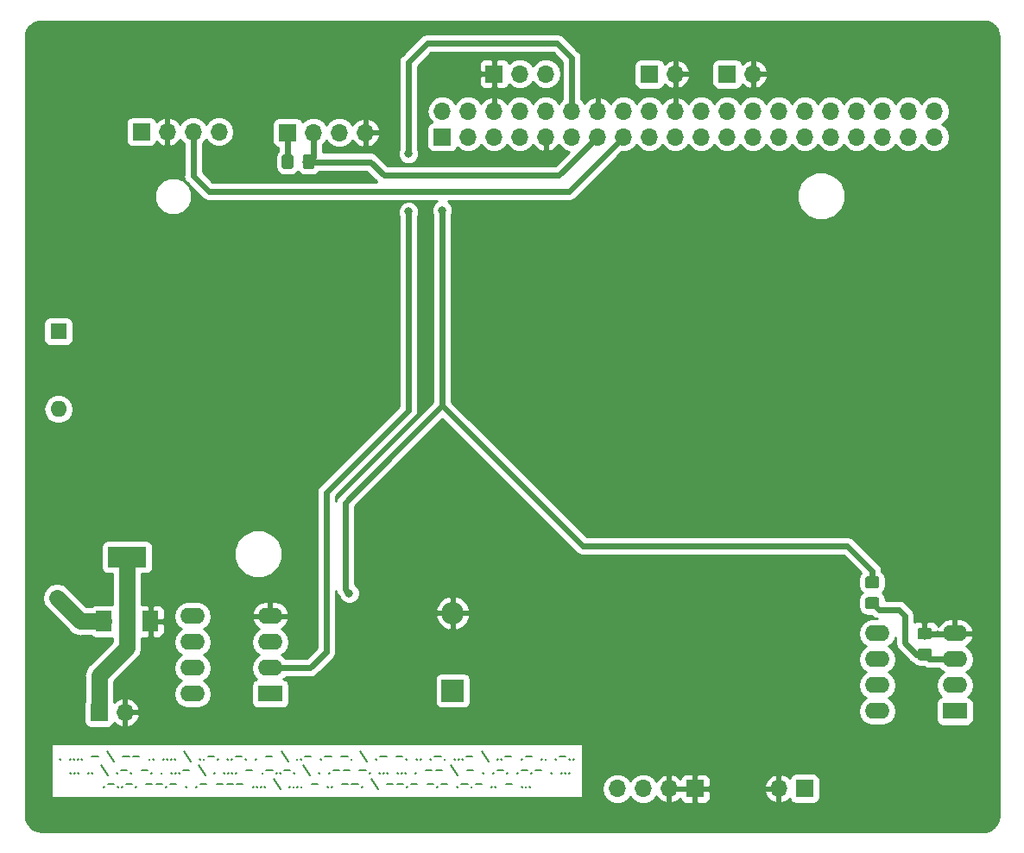
<source format=gbr>
G04 #@! TF.GenerationSoftware,KiCad,Pcbnew,5.0.2-bee76a0~70~ubuntu18.04.1*
G04 #@! TF.CreationDate,2019-08-23T13:18:47-04:00*
G04 #@! TF.ProjectId,board,626f6172-642e-46b6-9963-61645f706362,rev?*
G04 #@! TF.SameCoordinates,Original*
G04 #@! TF.FileFunction,Copper,L2,Bot*
G04 #@! TF.FilePolarity,Positive*
%FSLAX46Y46*%
G04 Gerber Fmt 4.6, Leading zero omitted, Abs format (unit mm)*
G04 Created by KiCad (PCBNEW 5.0.2-bee76a0~70~ubuntu18.04.1) date Fri 23 Aug 2019 01:18:47 PM EDT*
%MOMM*%
%LPD*%
G01*
G04 APERTURE LIST*
G04 #@! TA.AperFunction,NonConductor*
%ADD10C,0.150000*%
G04 #@! TD*
G04 #@! TA.AperFunction,ComponentPad*
%ADD11R,2.200000X2.200000*%
G04 #@! TD*
G04 #@! TA.AperFunction,ComponentPad*
%ADD12O,2.200000X2.200000*%
G04 #@! TD*
G04 #@! TA.AperFunction,ComponentPad*
%ADD13R,1.700000X1.700000*%
G04 #@! TD*
G04 #@! TA.AperFunction,ComponentPad*
%ADD14O,1.700000X1.700000*%
G04 #@! TD*
G04 #@! TA.AperFunction,Conductor*
%ADD15C,0.100000*%
G04 #@! TD*
G04 #@! TA.AperFunction,SMDPad,CuDef*
%ADD16C,1.150000*%
G04 #@! TD*
G04 #@! TA.AperFunction,ComponentPad*
%ADD17O,2.400000X1.600000*%
G04 #@! TD*
G04 #@! TA.AperFunction,ComponentPad*
%ADD18R,2.400000X1.600000*%
G04 #@! TD*
G04 #@! TA.AperFunction,SMDPad,CuDef*
%ADD19R,3.800000X2.000000*%
G04 #@! TD*
G04 #@! TA.AperFunction,SMDPad,CuDef*
%ADD20R,1.500000X2.000000*%
G04 #@! TD*
G04 #@! TA.AperFunction,ComponentPad*
%ADD21R,1.600000X1.600000*%
G04 #@! TD*
G04 #@! TA.AperFunction,ComponentPad*
%ADD22O,1.600000X1.600000*%
G04 #@! TD*
G04 #@! TA.AperFunction,ViaPad*
%ADD23C,1.200000*%
G04 #@! TD*
G04 #@! TA.AperFunction,ViaPad*
%ADD24C,0.800000*%
G04 #@! TD*
G04 #@! TA.AperFunction,Conductor*
%ADD25C,0.600000*%
G04 #@! TD*
G04 #@! TA.AperFunction,Conductor*
%ADD26C,1.600000*%
G04 #@! TD*
G04 #@! TA.AperFunction,Conductor*
%ADD27C,0.254000*%
G04 #@! TD*
G04 APERTURE END LIST*
D10*
X120938952Y-137518114D02*
X120900857Y-137556209D01*
X120938952Y-137594304D01*
X120977047Y-137556209D01*
X120938952Y-137518114D01*
X120938952Y-137594304D01*
X120557999Y-137518114D02*
X120519904Y-137556209D01*
X120557999Y-137594304D01*
X120596095Y-137556209D01*
X120557999Y-137518114D01*
X120557999Y-137594304D01*
X120177047Y-137289542D02*
X119567523Y-137289542D01*
X119186571Y-137518114D02*
X119148476Y-137556209D01*
X119186571Y-137594304D01*
X119224666Y-137556209D01*
X119186571Y-137518114D01*
X119186571Y-137594304D01*
X118196095Y-137518114D02*
X118157999Y-137556209D01*
X118196095Y-137594304D01*
X118234190Y-137556209D01*
X118196095Y-137518114D01*
X118196095Y-137594304D01*
X117815142Y-137518114D02*
X117777047Y-137556209D01*
X117815142Y-137594304D01*
X117853238Y-137556209D01*
X117815142Y-137518114D01*
X117815142Y-137594304D01*
X116824666Y-137289542D02*
X116215142Y-137289542D01*
X115834190Y-137518114D02*
X115796095Y-137556209D01*
X115834190Y-137594304D01*
X115872285Y-137556209D01*
X115834190Y-137518114D01*
X115834190Y-137594304D01*
X114843714Y-137289542D02*
X114234190Y-137289542D01*
X113853238Y-137518114D02*
X113815142Y-137556209D01*
X113853238Y-137594304D01*
X113891333Y-137556209D01*
X113853238Y-137518114D01*
X113853238Y-137594304D01*
X113472285Y-137518114D02*
X113434190Y-137556209D01*
X113472285Y-137594304D01*
X113510380Y-137556209D01*
X113472285Y-137518114D01*
X113472285Y-137594304D01*
X111910380Y-136756209D02*
X112596095Y-137784780D01*
X111034190Y-137289542D02*
X110424666Y-137289542D01*
X110043714Y-137518114D02*
X110005619Y-137556209D01*
X110043714Y-137594304D01*
X110081809Y-137556209D01*
X110043714Y-137518114D01*
X110043714Y-137594304D01*
X109662761Y-137518114D02*
X109624666Y-137556209D01*
X109662761Y-137594304D01*
X109700857Y-137556209D01*
X109662761Y-137518114D01*
X109662761Y-137594304D01*
X109281809Y-137518114D02*
X109243714Y-137556209D01*
X109281809Y-137594304D01*
X109319904Y-137556209D01*
X109281809Y-137518114D01*
X109281809Y-137594304D01*
X108291333Y-137518114D02*
X108253238Y-137556209D01*
X108291333Y-137594304D01*
X108329428Y-137556209D01*
X108291333Y-137518114D01*
X108291333Y-137594304D01*
X107910380Y-137289542D02*
X107300857Y-137289542D01*
X106919904Y-137518114D02*
X106881809Y-137556209D01*
X106919904Y-137594304D01*
X106957999Y-137556209D01*
X106919904Y-137518114D01*
X106919904Y-137594304D01*
X105929428Y-137518114D02*
X105891333Y-137556209D01*
X105929428Y-137594304D01*
X105967523Y-137556209D01*
X105929428Y-137518114D01*
X105929428Y-137594304D01*
X105548476Y-137518114D02*
X105510380Y-137556209D01*
X105548476Y-137594304D01*
X105586571Y-137556209D01*
X105548476Y-137518114D01*
X105548476Y-137594304D01*
X104558000Y-137518114D02*
X104519904Y-137556209D01*
X104558000Y-137594304D01*
X104596095Y-137556209D01*
X104558000Y-137518114D01*
X104558000Y-137594304D01*
X104177047Y-137289542D02*
X103567523Y-137289542D01*
X102577047Y-137289542D02*
X101967523Y-137289542D01*
X101586571Y-137518114D02*
X101548476Y-137556209D01*
X101586571Y-137594304D01*
X101624666Y-137556209D01*
X101586571Y-137518114D01*
X101586571Y-137594304D01*
X100024666Y-136756209D02*
X100710380Y-137784780D01*
X99148476Y-137518114D02*
X99110380Y-137556209D01*
X99148476Y-137594304D01*
X99186571Y-137556209D01*
X99148476Y-137518114D01*
X99148476Y-137594304D01*
X98767523Y-137289542D02*
X98158000Y-137289542D01*
X97167523Y-137289542D02*
X96558000Y-137289542D01*
X96177047Y-137518114D02*
X96138952Y-137556209D01*
X96177047Y-137594304D01*
X96215142Y-137556209D01*
X96177047Y-137518114D01*
X96177047Y-137594304D01*
X95186571Y-137289542D02*
X94577047Y-137289542D01*
X94196095Y-137518114D02*
X94158000Y-137556209D01*
X94196095Y-137594304D01*
X94234190Y-137556209D01*
X94196095Y-137518114D01*
X94196095Y-137594304D01*
X93815142Y-137518114D02*
X93777047Y-137556209D01*
X93815142Y-137594304D01*
X93853238Y-137556209D01*
X93815142Y-137518114D01*
X93815142Y-137594304D01*
X92253238Y-136756209D02*
X92938952Y-137784780D01*
X91377047Y-137289542D02*
X90767523Y-137289542D01*
X89777047Y-137518114D02*
X89738952Y-137556209D01*
X89777047Y-137594304D01*
X89815142Y-137556209D01*
X89777047Y-137518114D01*
X89777047Y-137594304D01*
X88786571Y-137518114D02*
X88748476Y-137556209D01*
X88786571Y-137594304D01*
X88824666Y-137556209D01*
X88786571Y-137518114D01*
X88786571Y-137594304D01*
X88405619Y-137289542D02*
X87796095Y-137289542D01*
X87415142Y-137518114D02*
X87377047Y-137556209D01*
X87415142Y-137594304D01*
X87453238Y-137556209D01*
X87415142Y-137518114D01*
X87415142Y-137594304D01*
X87034190Y-137518114D02*
X86996095Y-137556209D01*
X87034190Y-137594304D01*
X87072285Y-137556209D01*
X87034190Y-137518114D01*
X87034190Y-137594304D01*
X86043714Y-137518114D02*
X86005619Y-137556209D01*
X86043714Y-137594304D01*
X86081809Y-137556209D01*
X86043714Y-137518114D01*
X86043714Y-137594304D01*
X85662761Y-137289542D02*
X85053238Y-137289542D01*
X84672285Y-137518114D02*
X84634190Y-137556209D01*
X84672285Y-137594304D01*
X84710380Y-137556209D01*
X84672285Y-137518114D01*
X84672285Y-137594304D01*
X84291333Y-137518114D02*
X84253238Y-137556209D01*
X84291333Y-137594304D01*
X84329428Y-137556209D01*
X84291333Y-137518114D01*
X84291333Y-137594304D01*
X82729428Y-136756209D02*
X83415142Y-137784780D01*
X81853238Y-137518114D02*
X81815142Y-137556209D01*
X81853238Y-137594304D01*
X81891333Y-137556209D01*
X81853238Y-137518114D01*
X81853238Y-137594304D01*
X81472285Y-137518114D02*
X81434190Y-137556209D01*
X81472285Y-137594304D01*
X81510380Y-137556209D01*
X81472285Y-137518114D01*
X81472285Y-137594304D01*
X81091333Y-137518114D02*
X81053238Y-137556209D01*
X81091333Y-137594304D01*
X81129428Y-137556209D01*
X81091333Y-137518114D01*
X81091333Y-137594304D01*
X80710380Y-137518114D02*
X80672285Y-137556209D01*
X80710380Y-137594304D01*
X80748476Y-137556209D01*
X80710380Y-137518114D01*
X80710380Y-137594304D01*
X79719904Y-137518114D02*
X79681809Y-137556209D01*
X79719904Y-137594304D01*
X79758000Y-137556209D01*
X79719904Y-137518114D01*
X79719904Y-137594304D01*
X79338952Y-137518114D02*
X79300857Y-137556209D01*
X79338952Y-137594304D01*
X79377047Y-137556209D01*
X79338952Y-137518114D01*
X79338952Y-137594304D01*
X78348476Y-137289542D02*
X77738952Y-137289542D01*
X77358000Y-137289542D02*
X76748476Y-137289542D01*
X75186571Y-136756209D02*
X75872285Y-137784780D01*
X74310380Y-137289542D02*
X73700857Y-137289542D01*
X72710380Y-137518114D02*
X72672285Y-137556209D01*
X72710380Y-137594304D01*
X72748476Y-137556209D01*
X72710380Y-137518114D01*
X72710380Y-137594304D01*
X72329428Y-137518114D02*
X72291333Y-137556209D01*
X72329428Y-137594304D01*
X72367523Y-137556209D01*
X72329428Y-137518114D01*
X72329428Y-137594304D01*
X71948476Y-137518114D02*
X71910380Y-137556209D01*
X71948476Y-137594304D01*
X71986571Y-137556209D01*
X71948476Y-137518114D01*
X71948476Y-137594304D01*
X71567523Y-137518114D02*
X71529428Y-137556209D01*
X71567523Y-137594304D01*
X71605619Y-137556209D01*
X71567523Y-137518114D01*
X71567523Y-137594304D01*
X70577047Y-137518114D02*
X70538952Y-137556209D01*
X70577047Y-137594304D01*
X70615142Y-137556209D01*
X70577047Y-137518114D01*
X70577047Y-137594304D01*
X120519904Y-138868114D02*
X120481809Y-138906209D01*
X120519904Y-138944304D01*
X120557999Y-138906209D01*
X120519904Y-138868114D01*
X120519904Y-138944304D01*
X120138952Y-138868114D02*
X120100857Y-138906209D01*
X120138952Y-138944304D01*
X120177047Y-138906209D01*
X120138952Y-138868114D01*
X120138952Y-138944304D01*
X119757999Y-138868114D02*
X119719904Y-138906209D01*
X119757999Y-138944304D01*
X119796095Y-138906209D01*
X119757999Y-138868114D01*
X119757999Y-138944304D01*
X118767523Y-138868114D02*
X118729428Y-138906209D01*
X118767523Y-138944304D01*
X118805619Y-138906209D01*
X118767523Y-138868114D01*
X118767523Y-138944304D01*
X117777047Y-138639542D02*
X117167523Y-138639542D01*
X116786571Y-138868114D02*
X116748476Y-138906209D01*
X116786571Y-138944304D01*
X116824666Y-138906209D01*
X116786571Y-138868114D01*
X116786571Y-138944304D01*
X116405619Y-138639542D02*
X115796095Y-138639542D01*
X115415142Y-138868114D02*
X115377047Y-138906209D01*
X115415142Y-138944304D01*
X115453238Y-138906209D01*
X115415142Y-138868114D01*
X115415142Y-138944304D01*
X114424666Y-138868114D02*
X114386571Y-138906209D01*
X114424666Y-138944304D01*
X114462761Y-138906209D01*
X114424666Y-138868114D01*
X114424666Y-138944304D01*
X114043714Y-138639542D02*
X113434190Y-138639542D01*
X113053238Y-138868114D02*
X113015142Y-138906209D01*
X113053238Y-138944304D01*
X113091333Y-138906209D01*
X113053238Y-138868114D01*
X113053238Y-138944304D01*
X112062761Y-138868114D02*
X112024666Y-138906209D01*
X112062761Y-138944304D01*
X112100857Y-138906209D01*
X112062761Y-138868114D01*
X112062761Y-138944304D01*
X111072285Y-138639542D02*
X110462761Y-138639542D01*
X108900857Y-138106209D02*
X109586571Y-139134780D01*
X108024666Y-138639542D02*
X107415142Y-138639542D01*
X107034190Y-138639542D02*
X106424666Y-138639542D01*
X105434190Y-138868114D02*
X105396095Y-138906209D01*
X105434190Y-138944304D01*
X105472285Y-138906209D01*
X105434190Y-138868114D01*
X105434190Y-138944304D01*
X104443714Y-138868114D02*
X104405619Y-138906209D01*
X104443714Y-138944304D01*
X104481809Y-138906209D01*
X104443714Y-138868114D01*
X104443714Y-138944304D01*
X104062761Y-138868114D02*
X104024666Y-138906209D01*
X104062761Y-138944304D01*
X104100857Y-138906209D01*
X104062761Y-138868114D01*
X104062761Y-138944304D01*
X103681809Y-138868114D02*
X103643714Y-138906209D01*
X103681809Y-138944304D01*
X103719904Y-138906209D01*
X103681809Y-138868114D01*
X103681809Y-138944304D01*
X102691333Y-138868114D02*
X102653238Y-138906209D01*
X102691333Y-138944304D01*
X102729428Y-138906209D01*
X102691333Y-138868114D01*
X102691333Y-138944304D01*
X102310380Y-138868114D02*
X102272285Y-138906209D01*
X102310380Y-138944304D01*
X102348476Y-138906209D01*
X102310380Y-138868114D01*
X102310380Y-138944304D01*
X101929428Y-138868114D02*
X101891333Y-138906209D01*
X101929428Y-138944304D01*
X101967523Y-138906209D01*
X101929428Y-138868114D01*
X101929428Y-138944304D01*
X100938952Y-138868114D02*
X100900857Y-138906209D01*
X100938952Y-138944304D01*
X100977047Y-138906209D01*
X100938952Y-138868114D01*
X100938952Y-138944304D01*
X100557999Y-138639542D02*
X99948476Y-138639542D01*
X98957999Y-138639542D02*
X98348476Y-138639542D01*
X97967523Y-138639542D02*
X97357999Y-138639542D01*
X96977047Y-138868114D02*
X96938952Y-138906209D01*
X96977047Y-138944304D01*
X97015142Y-138906209D01*
X96977047Y-138868114D01*
X96977047Y-138944304D01*
X95986571Y-138868114D02*
X95948476Y-138906209D01*
X95986571Y-138944304D01*
X96024666Y-138906209D01*
X95986571Y-138868114D01*
X95986571Y-138944304D01*
X94424666Y-138106209D02*
X95110380Y-139134780D01*
X93548476Y-138868114D02*
X93510380Y-138906209D01*
X93548476Y-138944304D01*
X93586571Y-138906209D01*
X93548476Y-138868114D01*
X93548476Y-138944304D01*
X93167523Y-138639542D02*
X92557999Y-138639542D01*
X92177047Y-138868114D02*
X92138952Y-138906209D01*
X92177047Y-138944304D01*
X92215142Y-138906209D01*
X92177047Y-138868114D01*
X92177047Y-138944304D01*
X91796095Y-138868114D02*
X91757999Y-138906209D01*
X91796095Y-138944304D01*
X91834190Y-138906209D01*
X91796095Y-138868114D01*
X91796095Y-138944304D01*
X91415142Y-138639542D02*
X90805619Y-138639542D01*
X90424666Y-138868114D02*
X90386571Y-138906209D01*
X90424666Y-138944304D01*
X90462761Y-138906209D01*
X90424666Y-138868114D01*
X90424666Y-138944304D01*
X89434190Y-138639542D02*
X88824666Y-138639542D01*
X87834190Y-138868114D02*
X87796095Y-138906209D01*
X87834190Y-138944304D01*
X87872285Y-138906209D01*
X87834190Y-138868114D01*
X87834190Y-138944304D01*
X87453238Y-138868114D02*
X87415142Y-138906209D01*
X87453238Y-138944304D01*
X87491333Y-138906209D01*
X87453238Y-138868114D01*
X87453238Y-138944304D01*
X87072285Y-138868114D02*
X87034190Y-138906209D01*
X87072285Y-138944304D01*
X87110380Y-138906209D01*
X87072285Y-138868114D01*
X87072285Y-138944304D01*
X86691333Y-138868114D02*
X86653238Y-138906209D01*
X86691333Y-138944304D01*
X86729428Y-138906209D01*
X86691333Y-138868114D01*
X86691333Y-138944304D01*
X85700857Y-138868114D02*
X85662761Y-138906209D01*
X85700857Y-138944304D01*
X85738952Y-138906209D01*
X85700857Y-138868114D01*
X85700857Y-138944304D01*
X84138952Y-138106209D02*
X84824666Y-139134780D01*
X83262761Y-138639542D02*
X82653238Y-138639542D01*
X82272285Y-138868114D02*
X82234190Y-138906209D01*
X82272285Y-138944304D01*
X82310380Y-138906209D01*
X82272285Y-138868114D01*
X82272285Y-138944304D01*
X81891333Y-138868114D02*
X81853238Y-138906209D01*
X81891333Y-138944304D01*
X81929428Y-138906209D01*
X81891333Y-138868114D01*
X81891333Y-138944304D01*
X81510380Y-138868114D02*
X81472285Y-138906209D01*
X81510380Y-138944304D01*
X81548476Y-138906209D01*
X81510380Y-138868114D01*
X81510380Y-138944304D01*
X80519904Y-138868114D02*
X80481809Y-138906209D01*
X80519904Y-138944304D01*
X80557999Y-138906209D01*
X80519904Y-138868114D01*
X80519904Y-138944304D01*
X79529428Y-138868114D02*
X79491333Y-138906209D01*
X79529428Y-138944304D01*
X79567523Y-138906209D01*
X79529428Y-138868114D01*
X79529428Y-138944304D01*
X79148476Y-138639542D02*
X78538952Y-138639542D01*
X77548476Y-138868114D02*
X77510380Y-138906209D01*
X77548476Y-138944304D01*
X77586571Y-138906209D01*
X77548476Y-138868114D01*
X77548476Y-138944304D01*
X77167523Y-138639542D02*
X76557999Y-138639542D01*
X76177047Y-138868114D02*
X76138952Y-138906209D01*
X76177047Y-138944304D01*
X76215142Y-138906209D01*
X76177047Y-138868114D01*
X76177047Y-138944304D01*
X74615142Y-138106209D02*
X75300857Y-139134780D01*
X73738952Y-138868114D02*
X73700857Y-138906209D01*
X73738952Y-138944304D01*
X73777047Y-138906209D01*
X73738952Y-138868114D01*
X73738952Y-138944304D01*
X73357999Y-138868114D02*
X73319904Y-138906209D01*
X73357999Y-138944304D01*
X73396095Y-138906209D01*
X73357999Y-138868114D01*
X73357999Y-138944304D01*
X72367523Y-138868114D02*
X72329428Y-138906209D01*
X72367523Y-138944304D01*
X72405619Y-138906209D01*
X72367523Y-138868114D01*
X72367523Y-138944304D01*
X71986571Y-138868114D02*
X71948476Y-138906209D01*
X71986571Y-138944304D01*
X72024666Y-138906209D01*
X71986571Y-138868114D01*
X71986571Y-138944304D01*
X71605619Y-138868114D02*
X71567523Y-138906209D01*
X71605619Y-138944304D01*
X71643714Y-138906209D01*
X71605619Y-138868114D01*
X71605619Y-138944304D01*
X116634190Y-140218114D02*
X116596095Y-140256209D01*
X116634190Y-140294304D01*
X116672285Y-140256209D01*
X116634190Y-140218114D01*
X116634190Y-140294304D01*
X116253238Y-140218114D02*
X116215142Y-140256209D01*
X116253238Y-140294304D01*
X116291333Y-140256209D01*
X116253238Y-140218114D01*
X116253238Y-140294304D01*
X115872285Y-140218114D02*
X115834190Y-140256209D01*
X115872285Y-140294304D01*
X115910380Y-140256209D01*
X115872285Y-140218114D01*
X115872285Y-140294304D01*
X114881809Y-139989542D02*
X114272285Y-139989542D01*
X113281809Y-140218114D02*
X113243714Y-140256209D01*
X113281809Y-140294304D01*
X113319904Y-140256209D01*
X113281809Y-140218114D01*
X113281809Y-140294304D01*
X112900857Y-140218114D02*
X112862761Y-140256209D01*
X112900857Y-140294304D01*
X112938952Y-140256209D01*
X112900857Y-140218114D01*
X112900857Y-140294304D01*
X111910380Y-139989542D02*
X111300857Y-139989542D01*
X110919904Y-140218114D02*
X110881809Y-140256209D01*
X110919904Y-140294304D01*
X110958000Y-140256209D01*
X110919904Y-140218114D01*
X110919904Y-140294304D01*
X110538952Y-139989542D02*
X109929428Y-139989542D01*
X109548476Y-140218114D02*
X109510380Y-140256209D01*
X109548476Y-140294304D01*
X109586571Y-140256209D01*
X109548476Y-140218114D01*
X109548476Y-140294304D01*
X108558000Y-139989542D02*
X107948476Y-139989542D01*
X107567523Y-140218114D02*
X107529428Y-140256209D01*
X107567523Y-140294304D01*
X107605619Y-140256209D01*
X107567523Y-140218114D01*
X107567523Y-140294304D01*
X107186571Y-139989542D02*
X106577047Y-139989542D01*
X105586571Y-139989542D02*
X104977047Y-139989542D01*
X104596095Y-140218114D02*
X104558000Y-140256209D01*
X104596095Y-140294304D01*
X104634190Y-140256209D01*
X104596095Y-140218114D01*
X104596095Y-140294304D01*
X104215142Y-139989542D02*
X103605619Y-139989542D01*
X103224666Y-139989542D02*
X102615142Y-139989542D01*
X101053238Y-139456209D02*
X101738952Y-140484780D01*
X100177047Y-140218114D02*
X100138952Y-140256209D01*
X100177047Y-140294304D01*
X100215142Y-140256209D01*
X100177047Y-140218114D01*
X100177047Y-140294304D01*
X99796095Y-139989542D02*
X99186571Y-139989542D01*
X98805619Y-139989542D02*
X98196095Y-139989542D01*
X97205619Y-140218114D02*
X97167523Y-140256209D01*
X97205619Y-140294304D01*
X97243714Y-140256209D01*
X97205619Y-140218114D01*
X97205619Y-140294304D01*
X96824666Y-140218114D02*
X96786571Y-140256209D01*
X96824666Y-140294304D01*
X96862761Y-140256209D01*
X96824666Y-140218114D01*
X96824666Y-140294304D01*
X95834190Y-139989542D02*
X95224666Y-139989542D01*
X94234190Y-140218114D02*
X94196095Y-140256209D01*
X94234190Y-140294304D01*
X94272285Y-140256209D01*
X94234190Y-140218114D01*
X94234190Y-140294304D01*
X93853238Y-140218114D02*
X93815142Y-140256209D01*
X93853238Y-140294304D01*
X93891333Y-140256209D01*
X93853238Y-140218114D01*
X93853238Y-140294304D01*
X93472285Y-140218114D02*
X93434190Y-140256209D01*
X93472285Y-140294304D01*
X93510380Y-140256209D01*
X93472285Y-140218114D01*
X93472285Y-140294304D01*
X93091333Y-140218114D02*
X93053238Y-140256209D01*
X93091333Y-140294304D01*
X93129428Y-140256209D01*
X93091333Y-140218114D01*
X93091333Y-140294304D01*
X91529428Y-139456209D02*
X92215142Y-140484780D01*
X90653238Y-140218114D02*
X90615142Y-140256209D01*
X90653238Y-140294304D01*
X90691333Y-140256209D01*
X90653238Y-140218114D01*
X90653238Y-140294304D01*
X90272285Y-140218114D02*
X90234190Y-140256209D01*
X90272285Y-140294304D01*
X90310380Y-140256209D01*
X90272285Y-140218114D01*
X90272285Y-140294304D01*
X89891333Y-140218114D02*
X89853238Y-140256209D01*
X89891333Y-140294304D01*
X89929428Y-140256209D01*
X89891333Y-140218114D01*
X89891333Y-140294304D01*
X89510380Y-140218114D02*
X89472285Y-140256209D01*
X89510380Y-140294304D01*
X89548476Y-140256209D01*
X89510380Y-140218114D01*
X89510380Y-140294304D01*
X88519904Y-139989542D02*
X87910380Y-139989542D01*
X87529428Y-139989542D02*
X86919904Y-139989542D01*
X86538952Y-139989542D02*
X85929428Y-139989542D01*
X84938952Y-139989542D02*
X84329428Y-139989542D01*
X83948476Y-140218114D02*
X83910380Y-140256209D01*
X83948476Y-140294304D01*
X83986571Y-140256209D01*
X83948476Y-140218114D01*
X83948476Y-140294304D01*
X82958000Y-140218114D02*
X82919904Y-140256209D01*
X82958000Y-140294304D01*
X82996095Y-140256209D01*
X82958000Y-140218114D01*
X82958000Y-140294304D01*
X81967523Y-139989542D02*
X81358000Y-139989542D01*
X80977047Y-140218114D02*
X80938952Y-140256209D01*
X80977047Y-140294304D01*
X81015142Y-140256209D01*
X80977047Y-140218114D01*
X80977047Y-140294304D01*
X80596095Y-139989542D02*
X79986571Y-139989542D01*
X79605619Y-139989542D02*
X78996095Y-139989542D01*
X78005619Y-140218114D02*
X77967523Y-140256209D01*
X78005619Y-140294304D01*
X78043714Y-140256209D01*
X78005619Y-140218114D01*
X78005619Y-140294304D01*
X77624666Y-139989542D02*
X77015142Y-139989542D01*
X76634190Y-140218114D02*
X76596095Y-140256209D01*
X76634190Y-140294304D01*
X76672285Y-140256209D01*
X76634190Y-140218114D01*
X76634190Y-140294304D01*
X76253238Y-140218114D02*
X76215142Y-140256209D01*
X76253238Y-140294304D01*
X76291333Y-140256209D01*
X76253238Y-140218114D01*
X76253238Y-140294304D01*
X75872285Y-139989542D02*
X75262761Y-139989542D01*
X74881809Y-140218114D02*
X74843714Y-140256209D01*
X74881809Y-140294304D01*
X74919904Y-140256209D01*
X74881809Y-140218114D01*
X74881809Y-140294304D01*
D11*
G04 #@! TO.P,D1,1*
G04 #@! TO.N,Net-(D1-Pad1)*
X109067600Y-130810000D03*
D12*
G04 #@! TO.P,D1,2*
G04 #@! TO.N,GND*
X109067600Y-123190000D03*
G04 #@! TD*
D13*
G04 #@! TO.P,J1,1*
G04 #@! TO.N,+3V3*
X108051600Y-76454000D03*
D14*
G04 #@! TO.P,J1,2*
G04 #@! TO.N,+5V*
X108051600Y-73914000D03*
G04 #@! TO.P,J1,3*
G04 #@! TO.N,Net-(J1-Pad3)*
X110591600Y-76454000D03*
G04 #@! TO.P,J1,4*
G04 #@! TO.N,+5V*
X110591600Y-73914000D03*
G04 #@! TO.P,J1,5*
G04 #@! TO.N,Net-(J1-Pad5)*
X113131600Y-76454000D03*
G04 #@! TO.P,J1,6*
G04 #@! TO.N,GND*
X113131600Y-73914000D03*
G04 #@! TO.P,J1,7*
G04 #@! TO.N,Net-(J1-Pad7)*
X115671600Y-76454000D03*
G04 #@! TO.P,J1,8*
G04 #@! TO.N,/UART_TX_WHT*
X115671600Y-73914000D03*
G04 #@! TO.P,J1,9*
G04 #@! TO.N,GND*
X118211600Y-76454000D03*
G04 #@! TO.P,J1,10*
G04 #@! TO.N,/UART_RX_GRN*
X118211600Y-73914000D03*
G04 #@! TO.P,J1,11*
G04 #@! TO.N,/Fan_On*
X120751600Y-76454000D03*
G04 #@! TO.P,J1,12*
G04 #@! TO.N,/PWM0*
X120751600Y-73914000D03*
G04 #@! TO.P,J1,13*
G04 #@! TO.N,/Temp_D*
X123291600Y-76454000D03*
G04 #@! TO.P,J1,14*
G04 #@! TO.N,GND*
X123291600Y-73914000D03*
G04 #@! TO.P,J1,15*
G04 #@! TO.N,/Smoke_D*
X125831600Y-76454000D03*
G04 #@! TO.P,J1,16*
G04 #@! TO.N,/Alarm_PWM*
X125831600Y-73914000D03*
G04 #@! TO.P,J1,17*
G04 #@! TO.N,Net-(J1-Pad17)*
X128371600Y-76454000D03*
G04 #@! TO.P,J1,18*
G04 #@! TO.N,/LEDs*
X128371600Y-73914000D03*
G04 #@! TO.P,J1,19*
G04 #@! TO.N,Net-(J1-Pad19)*
X130911600Y-76454000D03*
G04 #@! TO.P,J1,20*
G04 #@! TO.N,GND*
X130911600Y-73914000D03*
G04 #@! TO.P,J1,21*
G04 #@! TO.N,Net-(J1-Pad21)*
X133451600Y-76454000D03*
G04 #@! TO.P,J1,22*
G04 #@! TO.N,Net-(J1-Pad22)*
X133451600Y-73914000D03*
G04 #@! TO.P,J1,23*
G04 #@! TO.N,Net-(J1-Pad23)*
X135991600Y-76454000D03*
G04 #@! TO.P,J1,24*
G04 #@! TO.N,Net-(J1-Pad24)*
X135991600Y-73914000D03*
G04 #@! TO.P,J1,25*
G04 #@! TO.N,Net-(J1-Pad25)*
X138531600Y-76454000D03*
G04 #@! TO.P,J1,26*
G04 #@! TO.N,Net-(J1-Pad26)*
X138531600Y-73914000D03*
G04 #@! TO.P,J1,27*
G04 #@! TO.N,Net-(J1-Pad27)*
X141071600Y-76454000D03*
G04 #@! TO.P,J1,28*
G04 #@! TO.N,Net-(J1-Pad28)*
X141071600Y-73914000D03*
G04 #@! TO.P,J1,29*
G04 #@! TO.N,Net-(J1-Pad29)*
X143611600Y-76454000D03*
G04 #@! TO.P,J1,30*
G04 #@! TO.N,Net-(J1-Pad30)*
X143611600Y-73914000D03*
G04 #@! TO.P,J1,31*
G04 #@! TO.N,Net-(J1-Pad31)*
X146151600Y-76454000D03*
G04 #@! TO.P,J1,32*
G04 #@! TO.N,Net-(J1-Pad32)*
X146151600Y-73914000D03*
G04 #@! TO.P,J1,33*
G04 #@! TO.N,Net-(J1-Pad33)*
X148691600Y-76454000D03*
G04 #@! TO.P,J1,34*
G04 #@! TO.N,Net-(J1-Pad34)*
X148691600Y-73914000D03*
G04 #@! TO.P,J1,35*
G04 #@! TO.N,Net-(J1-Pad35)*
X151231600Y-76454000D03*
G04 #@! TO.P,J1,36*
G04 #@! TO.N,Net-(J1-Pad36)*
X151231600Y-73914000D03*
G04 #@! TO.P,J1,37*
G04 #@! TO.N,Net-(J1-Pad37)*
X153771600Y-76454000D03*
G04 #@! TO.P,J1,38*
G04 #@! TO.N,Net-(J1-Pad38)*
X153771600Y-73914000D03*
G04 #@! TO.P,J1,39*
G04 #@! TO.N,Net-(J1-Pad39)*
X156311600Y-76454000D03*
G04 #@! TO.P,J1,40*
G04 #@! TO.N,Net-(J1-Pad40)*
X156311600Y-73914000D03*
G04 #@! TD*
D13*
G04 #@! TO.P,J2,1*
G04 #@! TO.N,+5V*
X78536800Y-75946000D03*
D14*
G04 #@! TO.P,J2,2*
G04 #@! TO.N,GND*
X81076800Y-75946000D03*
G04 #@! TO.P,J2,3*
G04 #@! TO.N,/Smoke_D*
X83616800Y-75946000D03*
G04 #@! TO.P,J2,4*
G04 #@! TO.N,/Smoke_A*
X86156800Y-75946000D03*
G04 #@! TD*
G04 #@! TO.P,J3,2*
G04 #@! TO.N,GND*
X130911600Y-70281800D03*
D13*
G04 #@! TO.P,J3,1*
G04 #@! TO.N,/LEDs*
X128371600Y-70281800D03*
G04 #@! TD*
G04 #@! TO.P,J4,1*
G04 #@! TO.N,+5V*
X92887800Y-76022200D03*
D14*
G04 #@! TO.P,J4,2*
G04 #@! TO.N,/Temp_D*
X95427800Y-76022200D03*
G04 #@! TO.P,J4,3*
G04 #@! TO.N,Net-(J4-Pad3)*
X97967800Y-76022200D03*
G04 #@! TO.P,J4,4*
G04 #@! TO.N,GND*
X100507800Y-76022200D03*
G04 #@! TD*
D13*
G04 #@! TO.P,J5,1*
G04 #@! TO.N,/Alarm_PWM*
X135991600Y-70281800D03*
D14*
G04 #@! TO.P,J5,2*
G04 #@! TO.N,GND*
X138531600Y-70281800D03*
G04 #@! TD*
D13*
G04 #@! TO.P,J6,1*
G04 #@! TO.N,GND*
X113131600Y-70256400D03*
D14*
G04 #@! TO.P,J6,2*
G04 #@! TO.N,/UART_TX_WHT*
X115671600Y-70256400D03*
G04 #@! TO.P,J6,3*
G04 #@! TO.N,/UART_RX_GRN*
X118211600Y-70256400D03*
G04 #@! TD*
D13*
G04 #@! TO.P,J7,1*
G04 #@! TO.N,Net-(J7-Pad1)*
X143586200Y-140411200D03*
D14*
G04 #@! TO.P,J7,2*
G04 #@! TO.N,GND*
X141046200Y-140411200D03*
G04 #@! TD*
D13*
G04 #@! TO.P,J8,1*
G04 #@! TO.N,Net-(J8-Pad1)*
X74396600Y-132943600D03*
D14*
G04 #@! TO.P,J8,2*
G04 #@! TO.N,GND*
X76936600Y-132943600D03*
G04 #@! TD*
G04 #@! TO.P,J9,4*
G04 #@! TO.N,Net-(C5-Pad1)*
X125222000Y-140436600D03*
G04 #@! TO.P,J9,3*
X127762000Y-140436600D03*
G04 #@! TO.P,J9,2*
G04 #@! TO.N,GND*
X130302000Y-140436600D03*
D13*
G04 #@! TO.P,J9,1*
X132842000Y-140436600D03*
G04 #@! TD*
D15*
G04 #@! TO.N,/Temp_D*
G04 #@! TO.C,R1*
G36*
X95294705Y-78193604D02*
X95318973Y-78197204D01*
X95342772Y-78203165D01*
X95365871Y-78211430D01*
X95388050Y-78221920D01*
X95409093Y-78234532D01*
X95428799Y-78249147D01*
X95446977Y-78265623D01*
X95463453Y-78283801D01*
X95478068Y-78303507D01*
X95490680Y-78324550D01*
X95501170Y-78346729D01*
X95509435Y-78369828D01*
X95515396Y-78393627D01*
X95518996Y-78417895D01*
X95520200Y-78442399D01*
X95520200Y-79342401D01*
X95518996Y-79366905D01*
X95515396Y-79391173D01*
X95509435Y-79414972D01*
X95501170Y-79438071D01*
X95490680Y-79460250D01*
X95478068Y-79481293D01*
X95463453Y-79500999D01*
X95446977Y-79519177D01*
X95428799Y-79535653D01*
X95409093Y-79550268D01*
X95388050Y-79562880D01*
X95365871Y-79573370D01*
X95342772Y-79581635D01*
X95318973Y-79587596D01*
X95294705Y-79591196D01*
X95270201Y-79592400D01*
X94620199Y-79592400D01*
X94595695Y-79591196D01*
X94571427Y-79587596D01*
X94547628Y-79581635D01*
X94524529Y-79573370D01*
X94502350Y-79562880D01*
X94481307Y-79550268D01*
X94461601Y-79535653D01*
X94443423Y-79519177D01*
X94426947Y-79500999D01*
X94412332Y-79481293D01*
X94399720Y-79460250D01*
X94389230Y-79438071D01*
X94380965Y-79414972D01*
X94375004Y-79391173D01*
X94371404Y-79366905D01*
X94370200Y-79342401D01*
X94370200Y-78442399D01*
X94371404Y-78417895D01*
X94375004Y-78393627D01*
X94380965Y-78369828D01*
X94389230Y-78346729D01*
X94399720Y-78324550D01*
X94412332Y-78303507D01*
X94426947Y-78283801D01*
X94443423Y-78265623D01*
X94461601Y-78249147D01*
X94481307Y-78234532D01*
X94502350Y-78221920D01*
X94524529Y-78211430D01*
X94547628Y-78203165D01*
X94571427Y-78197204D01*
X94595695Y-78193604D01*
X94620199Y-78192400D01*
X95270201Y-78192400D01*
X95294705Y-78193604D01*
X95294705Y-78193604D01*
G37*
D16*
G04 #@! TD*
G04 #@! TO.P,R1,2*
G04 #@! TO.N,/Temp_D*
X94945200Y-78892400D03*
D15*
G04 #@! TO.N,+5V*
G04 #@! TO.C,R1*
G36*
X93244705Y-78193604D02*
X93268973Y-78197204D01*
X93292772Y-78203165D01*
X93315871Y-78211430D01*
X93338050Y-78221920D01*
X93359093Y-78234532D01*
X93378799Y-78249147D01*
X93396977Y-78265623D01*
X93413453Y-78283801D01*
X93428068Y-78303507D01*
X93440680Y-78324550D01*
X93451170Y-78346729D01*
X93459435Y-78369828D01*
X93465396Y-78393627D01*
X93468996Y-78417895D01*
X93470200Y-78442399D01*
X93470200Y-79342401D01*
X93468996Y-79366905D01*
X93465396Y-79391173D01*
X93459435Y-79414972D01*
X93451170Y-79438071D01*
X93440680Y-79460250D01*
X93428068Y-79481293D01*
X93413453Y-79500999D01*
X93396977Y-79519177D01*
X93378799Y-79535653D01*
X93359093Y-79550268D01*
X93338050Y-79562880D01*
X93315871Y-79573370D01*
X93292772Y-79581635D01*
X93268973Y-79587596D01*
X93244705Y-79591196D01*
X93220201Y-79592400D01*
X92570199Y-79592400D01*
X92545695Y-79591196D01*
X92521427Y-79587596D01*
X92497628Y-79581635D01*
X92474529Y-79573370D01*
X92452350Y-79562880D01*
X92431307Y-79550268D01*
X92411601Y-79535653D01*
X92393423Y-79519177D01*
X92376947Y-79500999D01*
X92362332Y-79481293D01*
X92349720Y-79460250D01*
X92339230Y-79438071D01*
X92330965Y-79414972D01*
X92325004Y-79391173D01*
X92321404Y-79366905D01*
X92320200Y-79342401D01*
X92320200Y-78442399D01*
X92321404Y-78417895D01*
X92325004Y-78393627D01*
X92330965Y-78369828D01*
X92339230Y-78346729D01*
X92349720Y-78324550D01*
X92362332Y-78303507D01*
X92376947Y-78283801D01*
X92393423Y-78265623D01*
X92411601Y-78249147D01*
X92431307Y-78234532D01*
X92452350Y-78221920D01*
X92474529Y-78211430D01*
X92497628Y-78203165D01*
X92521427Y-78197204D01*
X92545695Y-78193604D01*
X92570199Y-78192400D01*
X93220201Y-78192400D01*
X93244705Y-78193604D01*
X93244705Y-78193604D01*
G37*
D16*
G04 #@! TD*
G04 #@! TO.P,R1,1*
G04 #@! TO.N,+5V*
X92895200Y-78892400D03*
D15*
G04 #@! TO.N,+3V3*
G04 #@! TO.C,R4*
G36*
X150690105Y-119593604D02*
X150714373Y-119597204D01*
X150738172Y-119603165D01*
X150761271Y-119611430D01*
X150783450Y-119621920D01*
X150804493Y-119634532D01*
X150824199Y-119649147D01*
X150842377Y-119665623D01*
X150858853Y-119683801D01*
X150873468Y-119703507D01*
X150886080Y-119724550D01*
X150896570Y-119746729D01*
X150904835Y-119769828D01*
X150910796Y-119793627D01*
X150914396Y-119817895D01*
X150915600Y-119842399D01*
X150915600Y-120492401D01*
X150914396Y-120516905D01*
X150910796Y-120541173D01*
X150904835Y-120564972D01*
X150896570Y-120588071D01*
X150886080Y-120610250D01*
X150873468Y-120631293D01*
X150858853Y-120650999D01*
X150842377Y-120669177D01*
X150824199Y-120685653D01*
X150804493Y-120700268D01*
X150783450Y-120712880D01*
X150761271Y-120723370D01*
X150738172Y-120731635D01*
X150714373Y-120737596D01*
X150690105Y-120741196D01*
X150665601Y-120742400D01*
X149765599Y-120742400D01*
X149741095Y-120741196D01*
X149716827Y-120737596D01*
X149693028Y-120731635D01*
X149669929Y-120723370D01*
X149647750Y-120712880D01*
X149626707Y-120700268D01*
X149607001Y-120685653D01*
X149588823Y-120669177D01*
X149572347Y-120650999D01*
X149557732Y-120631293D01*
X149545120Y-120610250D01*
X149534630Y-120588071D01*
X149526365Y-120564972D01*
X149520404Y-120541173D01*
X149516804Y-120516905D01*
X149515600Y-120492401D01*
X149515600Y-119842399D01*
X149516804Y-119817895D01*
X149520404Y-119793627D01*
X149526365Y-119769828D01*
X149534630Y-119746729D01*
X149545120Y-119724550D01*
X149557732Y-119703507D01*
X149572347Y-119683801D01*
X149588823Y-119665623D01*
X149607001Y-119649147D01*
X149626707Y-119634532D01*
X149647750Y-119621920D01*
X149669929Y-119611430D01*
X149693028Y-119603165D01*
X149716827Y-119597204D01*
X149741095Y-119593604D01*
X149765599Y-119592400D01*
X150665601Y-119592400D01*
X150690105Y-119593604D01*
X150690105Y-119593604D01*
G37*
D16*
G04 #@! TD*
G04 #@! TO.P,R4,1*
G04 #@! TO.N,+3V3*
X150215600Y-120167400D03*
D15*
G04 #@! TO.N,Net-(R4-Pad2)*
G04 #@! TO.C,R4*
G36*
X150690105Y-121643604D02*
X150714373Y-121647204D01*
X150738172Y-121653165D01*
X150761271Y-121661430D01*
X150783450Y-121671920D01*
X150804493Y-121684532D01*
X150824199Y-121699147D01*
X150842377Y-121715623D01*
X150858853Y-121733801D01*
X150873468Y-121753507D01*
X150886080Y-121774550D01*
X150896570Y-121796729D01*
X150904835Y-121819828D01*
X150910796Y-121843627D01*
X150914396Y-121867895D01*
X150915600Y-121892399D01*
X150915600Y-122542401D01*
X150914396Y-122566905D01*
X150910796Y-122591173D01*
X150904835Y-122614972D01*
X150896570Y-122638071D01*
X150886080Y-122660250D01*
X150873468Y-122681293D01*
X150858853Y-122700999D01*
X150842377Y-122719177D01*
X150824199Y-122735653D01*
X150804493Y-122750268D01*
X150783450Y-122762880D01*
X150761271Y-122773370D01*
X150738172Y-122781635D01*
X150714373Y-122787596D01*
X150690105Y-122791196D01*
X150665601Y-122792400D01*
X149765599Y-122792400D01*
X149741095Y-122791196D01*
X149716827Y-122787596D01*
X149693028Y-122781635D01*
X149669929Y-122773370D01*
X149647750Y-122762880D01*
X149626707Y-122750268D01*
X149607001Y-122735653D01*
X149588823Y-122719177D01*
X149572347Y-122700999D01*
X149557732Y-122681293D01*
X149545120Y-122660250D01*
X149534630Y-122638071D01*
X149526365Y-122614972D01*
X149520404Y-122591173D01*
X149516804Y-122566905D01*
X149515600Y-122542401D01*
X149515600Y-121892399D01*
X149516804Y-121867895D01*
X149520404Y-121843627D01*
X149526365Y-121819828D01*
X149534630Y-121796729D01*
X149545120Y-121774550D01*
X149557732Y-121753507D01*
X149572347Y-121733801D01*
X149588823Y-121715623D01*
X149607001Y-121699147D01*
X149626707Y-121684532D01*
X149647750Y-121671920D01*
X149669929Y-121661430D01*
X149693028Y-121653165D01*
X149716827Y-121647204D01*
X149741095Y-121643604D01*
X149765599Y-121642400D01*
X150665601Y-121642400D01*
X150690105Y-121643604D01*
X150690105Y-121643604D01*
G37*
D16*
G04 #@! TD*
G04 #@! TO.P,R4,2*
G04 #@! TO.N,Net-(R4-Pad2)*
X150215600Y-122217400D03*
D15*
G04 #@! TO.N,Net-(R4-Pad2)*
G04 #@! TO.C,R5*
G36*
X155820905Y-126680204D02*
X155845173Y-126683804D01*
X155868972Y-126689765D01*
X155892071Y-126698030D01*
X155914250Y-126708520D01*
X155935293Y-126721132D01*
X155954999Y-126735747D01*
X155973177Y-126752223D01*
X155989653Y-126770401D01*
X156004268Y-126790107D01*
X156016880Y-126811150D01*
X156027370Y-126833329D01*
X156035635Y-126856428D01*
X156041596Y-126880227D01*
X156045196Y-126904495D01*
X156046400Y-126928999D01*
X156046400Y-127579001D01*
X156045196Y-127603505D01*
X156041596Y-127627773D01*
X156035635Y-127651572D01*
X156027370Y-127674671D01*
X156016880Y-127696850D01*
X156004268Y-127717893D01*
X155989653Y-127737599D01*
X155973177Y-127755777D01*
X155954999Y-127772253D01*
X155935293Y-127786868D01*
X155914250Y-127799480D01*
X155892071Y-127809970D01*
X155868972Y-127818235D01*
X155845173Y-127824196D01*
X155820905Y-127827796D01*
X155796401Y-127829000D01*
X154896399Y-127829000D01*
X154871895Y-127827796D01*
X154847627Y-127824196D01*
X154823828Y-127818235D01*
X154800729Y-127809970D01*
X154778550Y-127799480D01*
X154757507Y-127786868D01*
X154737801Y-127772253D01*
X154719623Y-127755777D01*
X154703147Y-127737599D01*
X154688532Y-127717893D01*
X154675920Y-127696850D01*
X154665430Y-127674671D01*
X154657165Y-127651572D01*
X154651204Y-127627773D01*
X154647604Y-127603505D01*
X154646400Y-127579001D01*
X154646400Y-126928999D01*
X154647604Y-126904495D01*
X154651204Y-126880227D01*
X154657165Y-126856428D01*
X154665430Y-126833329D01*
X154675920Y-126811150D01*
X154688532Y-126790107D01*
X154703147Y-126770401D01*
X154719623Y-126752223D01*
X154737801Y-126735747D01*
X154757507Y-126721132D01*
X154778550Y-126708520D01*
X154800729Y-126698030D01*
X154823828Y-126689765D01*
X154847627Y-126683804D01*
X154871895Y-126680204D01*
X154896399Y-126679000D01*
X155796401Y-126679000D01*
X155820905Y-126680204D01*
X155820905Y-126680204D01*
G37*
D16*
G04 #@! TD*
G04 #@! TO.P,R5,1*
G04 #@! TO.N,Net-(R4-Pad2)*
X155346400Y-127254000D03*
D15*
G04 #@! TO.N,GND*
G04 #@! TO.C,R5*
G36*
X155820905Y-124630204D02*
X155845173Y-124633804D01*
X155868972Y-124639765D01*
X155892071Y-124648030D01*
X155914250Y-124658520D01*
X155935293Y-124671132D01*
X155954999Y-124685747D01*
X155973177Y-124702223D01*
X155989653Y-124720401D01*
X156004268Y-124740107D01*
X156016880Y-124761150D01*
X156027370Y-124783329D01*
X156035635Y-124806428D01*
X156041596Y-124830227D01*
X156045196Y-124854495D01*
X156046400Y-124878999D01*
X156046400Y-125529001D01*
X156045196Y-125553505D01*
X156041596Y-125577773D01*
X156035635Y-125601572D01*
X156027370Y-125624671D01*
X156016880Y-125646850D01*
X156004268Y-125667893D01*
X155989653Y-125687599D01*
X155973177Y-125705777D01*
X155954999Y-125722253D01*
X155935293Y-125736868D01*
X155914250Y-125749480D01*
X155892071Y-125759970D01*
X155868972Y-125768235D01*
X155845173Y-125774196D01*
X155820905Y-125777796D01*
X155796401Y-125779000D01*
X154896399Y-125779000D01*
X154871895Y-125777796D01*
X154847627Y-125774196D01*
X154823828Y-125768235D01*
X154800729Y-125759970D01*
X154778550Y-125749480D01*
X154757507Y-125736868D01*
X154737801Y-125722253D01*
X154719623Y-125705777D01*
X154703147Y-125687599D01*
X154688532Y-125667893D01*
X154675920Y-125646850D01*
X154665430Y-125624671D01*
X154657165Y-125601572D01*
X154651204Y-125577773D01*
X154647604Y-125553505D01*
X154646400Y-125529001D01*
X154646400Y-124878999D01*
X154647604Y-124854495D01*
X154651204Y-124830227D01*
X154657165Y-124806428D01*
X154665430Y-124783329D01*
X154675920Y-124761150D01*
X154688532Y-124740107D01*
X154703147Y-124720401D01*
X154719623Y-124702223D01*
X154737801Y-124685747D01*
X154757507Y-124671132D01*
X154778550Y-124658520D01*
X154800729Y-124648030D01*
X154823828Y-124639765D01*
X154847627Y-124633804D01*
X154871895Y-124630204D01*
X154896399Y-124629000D01*
X155796401Y-124629000D01*
X155820905Y-124630204D01*
X155820905Y-124630204D01*
G37*
D16*
G04 #@! TD*
G04 #@! TO.P,R5,2*
G04 #@! TO.N,GND*
X155346400Y-125204000D03*
D17*
G04 #@! TO.P,U1,8*
G04 #@! TO.N,Net-(U1-Pad8)*
X83566000Y-131114800D03*
G04 #@! TO.P,U1,4*
G04 #@! TO.N,GND*
X91186000Y-123494800D03*
G04 #@! TO.P,U1,7*
G04 #@! TO.N,+7.5V*
X83566000Y-128574800D03*
G04 #@! TO.P,U1,3*
G04 #@! TO.N,Net-(R2-Pad2)*
X91186000Y-126034800D03*
G04 #@! TO.P,U1,6*
G04 #@! TO.N,/HV_PWM*
X83566000Y-126034800D03*
G04 #@! TO.P,U1,2*
G04 #@! TO.N,/PWM0*
X91186000Y-128574800D03*
G04 #@! TO.P,U1,5*
G04 #@! TO.N,Net-(U1-Pad5)*
X83566000Y-123494800D03*
D18*
G04 #@! TO.P,U1,1*
G04 #@! TO.N,Net-(U1-Pad1)*
X91186000Y-131114800D03*
G04 #@! TD*
G04 #@! TO.P,U2,1*
G04 #@! TO.N,Net-(U2-Pad1)*
X158318200Y-132816600D03*
D17*
G04 #@! TO.P,U2,5*
G04 #@! TO.N,Net-(U2-Pad5)*
X150698200Y-125196600D03*
G04 #@! TO.P,U2,2*
G04 #@! TO.N,/Fan_On*
X158318200Y-130276600D03*
G04 #@! TO.P,U2,6*
G04 #@! TO.N,/HV_FAN*
X150698200Y-127736600D03*
G04 #@! TO.P,U2,3*
G04 #@! TO.N,Net-(R4-Pad2)*
X158318200Y-127736600D03*
G04 #@! TO.P,U2,7*
G04 #@! TO.N,+7.5V*
X150698200Y-130276600D03*
G04 #@! TO.P,U2,4*
G04 #@! TO.N,GND*
X158318200Y-125196600D03*
G04 #@! TO.P,U2,8*
G04 #@! TO.N,Net-(U2-Pad8)*
X150698200Y-132816600D03*
G04 #@! TD*
D19*
G04 #@! TO.P,U3,2*
G04 #@! TO.N,Net-(J8-Pad1)*
X77139800Y-117703200D03*
D20*
X77139800Y-124003200D03*
G04 #@! TO.P,U3,3*
G04 #@! TO.N,+7.5V*
X74839800Y-124003200D03*
G04 #@! TO.P,U3,1*
G04 #@! TO.N,GND*
X79439800Y-124003200D03*
G04 #@! TD*
D21*
G04 #@! TO.P,SW1,1*
G04 #@! TO.N,Net-(BT1-Pad1)*
X70408800Y-95554800D03*
D22*
G04 #@! TO.P,SW1,2*
G04 #@! TO.N,+7.5V*
X70408800Y-103174800D03*
G04 #@! TD*
D23*
G04 #@! TO.N,+7.5V*
X70281800Y-121716800D03*
D24*
G04 #@! TO.N,+3V3*
X98933000Y-121234200D03*
X108051600Y-83642200D03*
G04 #@! TO.N,/PWM0*
X104724200Y-78105000D03*
X104749600Y-83794600D03*
G04 #@! TD*
D25*
G04 #@! TO.N,GND*
X158310800Y-125204000D02*
X158318200Y-125196600D01*
X155346400Y-125204000D02*
X158310800Y-125204000D01*
D26*
G04 #@! TO.N,+7.5V*
X72568200Y-124003200D02*
X70281800Y-121716800D01*
X74839800Y-124003200D02*
X72568200Y-124003200D01*
D25*
G04 #@! TO.N,+3V3*
X103124000Y-107746800D02*
X108051600Y-102819200D01*
X108051600Y-102819200D02*
X108051600Y-83642200D01*
X150215600Y-120167400D02*
X150215600Y-119049800D01*
X150215600Y-119049800D02*
X147777200Y-116611400D01*
X121843800Y-116611400D02*
X108051600Y-102819200D01*
X147777200Y-116611400D02*
X121843800Y-116611400D01*
X98533001Y-112337799D02*
X103124000Y-107746800D01*
X98533001Y-120834201D02*
X98533001Y-112337799D01*
X98933000Y-121234200D02*
X98533001Y-120834201D01*
G04 #@! TO.N,+5V*
X92895200Y-76029600D02*
X92887800Y-76022200D01*
X92895200Y-78892400D02*
X92895200Y-76029600D01*
G04 #@! TO.N,/PWM0*
X120751600Y-73914000D02*
X120751600Y-68707000D01*
X120751600Y-68707000D02*
X119329200Y-67284600D01*
X119329200Y-67284600D02*
X106578400Y-67284600D01*
X106578400Y-67284600D02*
X104724200Y-69138800D01*
X104724200Y-69138800D02*
X104724200Y-78105000D01*
X104749600Y-103276400D02*
X104749600Y-83794600D01*
X96672400Y-127025400D02*
X96672400Y-111353600D01*
X91186000Y-128574800D02*
X95123000Y-128574800D01*
X96672400Y-111353600D02*
X104749600Y-103276400D01*
X95123000Y-128574800D02*
X96672400Y-127025400D01*
G04 #@! TO.N,/Smoke_D*
X125831600Y-76454000D02*
X120472200Y-81813400D01*
X83616800Y-75946000D02*
X83616800Y-80264000D01*
X85166200Y-81813400D02*
X120472200Y-81813400D01*
X83616800Y-80264000D02*
X85166200Y-81813400D01*
G04 #@! TO.N,/Temp_D*
X95427800Y-78409800D02*
X94945200Y-78892400D01*
X95427800Y-76022200D02*
X95427800Y-78409800D01*
X94945200Y-78892400D02*
X100990400Y-78892400D01*
X100990400Y-78892400D02*
X102336600Y-80238600D01*
X119507000Y-80238600D02*
X123291600Y-76454000D01*
X102336600Y-80238600D02*
X119507000Y-80238600D01*
D26*
G04 #@! TO.N,Net-(J8-Pad1)*
X77139800Y-124003200D02*
X77139800Y-117703200D01*
X74396600Y-129346400D02*
X74396600Y-132943600D01*
X77139800Y-124003200D02*
X77139800Y-126603200D01*
X77139800Y-126603200D02*
X74396600Y-129346400D01*
D25*
G04 #@! TO.N,Net-(R4-Pad2)*
X155829000Y-127736600D02*
X155346400Y-127254000D01*
X158318200Y-127736600D02*
X155829000Y-127736600D01*
X150838972Y-122840772D02*
X152812772Y-122840772D01*
X150215600Y-122217400D02*
X150838972Y-122840772D01*
X152812772Y-122840772D02*
X153416000Y-123444000D01*
X154546400Y-127254000D02*
X155346400Y-127254000D01*
X153416000Y-126123600D02*
X154546400Y-127254000D01*
X153416000Y-123444000D02*
X153416000Y-126123600D01*
G04 #@! TD*
D27*
G04 #@! TO.N,GND*
G36*
X161520527Y-65161730D02*
X161898773Y-65325412D01*
X162219069Y-65584782D01*
X162457815Y-65920730D01*
X162601127Y-66318795D01*
X162637000Y-66660104D01*
X162637001Y-143056897D01*
X162574670Y-143511926D01*
X162410988Y-143890173D01*
X162151617Y-144210470D01*
X161815671Y-144449215D01*
X161417605Y-144592527D01*
X161076297Y-144628400D01*
X68779095Y-144628400D01*
X68324074Y-144566070D01*
X67945827Y-144402388D01*
X67625530Y-144143017D01*
X67386785Y-143807071D01*
X67243473Y-143409005D01*
X67207600Y-143067697D01*
X67207600Y-135983900D01*
X69676572Y-135983900D01*
X69676572Y-141303900D01*
X121839429Y-141303900D01*
X121839429Y-140436600D01*
X123707908Y-140436600D01*
X123823161Y-141016018D01*
X124151375Y-141507225D01*
X124642582Y-141835439D01*
X125075744Y-141921600D01*
X125368256Y-141921600D01*
X125801418Y-141835439D01*
X126292625Y-141507225D01*
X126492000Y-141208839D01*
X126691375Y-141507225D01*
X127182582Y-141835439D01*
X127615744Y-141921600D01*
X127908256Y-141921600D01*
X128341418Y-141835439D01*
X128832625Y-141507225D01*
X129045843Y-141188122D01*
X129106817Y-141317958D01*
X129535076Y-141708245D01*
X129945110Y-141878076D01*
X130175000Y-141756755D01*
X130175000Y-140563600D01*
X130429000Y-140563600D01*
X130429000Y-141756755D01*
X130658890Y-141878076D01*
X131068924Y-141708245D01*
X131366864Y-141436722D01*
X131453673Y-141646298D01*
X131632301Y-141824927D01*
X131865690Y-141921600D01*
X132556250Y-141921600D01*
X132715000Y-141762850D01*
X132715000Y-140563600D01*
X132969000Y-140563600D01*
X132969000Y-141762850D01*
X133127750Y-141921600D01*
X133818310Y-141921600D01*
X134051699Y-141824927D01*
X134230327Y-141646298D01*
X134327000Y-141412909D01*
X134327000Y-140768092D01*
X139604714Y-140768092D01*
X139851017Y-141292558D01*
X140279276Y-141682845D01*
X140689310Y-141852676D01*
X140919200Y-141731355D01*
X140919200Y-140538200D01*
X139725381Y-140538200D01*
X139604714Y-140768092D01*
X134327000Y-140768092D01*
X134327000Y-140722350D01*
X134168250Y-140563600D01*
X132969000Y-140563600D01*
X132715000Y-140563600D01*
X130429000Y-140563600D01*
X130175000Y-140563600D01*
X130155000Y-140563600D01*
X130155000Y-140309600D01*
X130175000Y-140309600D01*
X130175000Y-139116445D01*
X130429000Y-139116445D01*
X130429000Y-140309600D01*
X132715000Y-140309600D01*
X132715000Y-139110350D01*
X132969000Y-139110350D01*
X132969000Y-140309600D01*
X134168250Y-140309600D01*
X134327000Y-140150850D01*
X134327000Y-140054308D01*
X139604714Y-140054308D01*
X139725381Y-140284200D01*
X140919200Y-140284200D01*
X140919200Y-139091045D01*
X141173200Y-139091045D01*
X141173200Y-140284200D01*
X141193200Y-140284200D01*
X141193200Y-140538200D01*
X141173200Y-140538200D01*
X141173200Y-141731355D01*
X141403090Y-141852676D01*
X141813124Y-141682845D01*
X142117461Y-141405492D01*
X142138043Y-141508965D01*
X142278391Y-141719009D01*
X142488435Y-141859357D01*
X142736200Y-141908640D01*
X144436200Y-141908640D01*
X144683965Y-141859357D01*
X144894009Y-141719009D01*
X145034357Y-141508965D01*
X145083640Y-141261200D01*
X145083640Y-139561200D01*
X145034357Y-139313435D01*
X144894009Y-139103391D01*
X144683965Y-138963043D01*
X144436200Y-138913760D01*
X142736200Y-138913760D01*
X142488435Y-138963043D01*
X142278391Y-139103391D01*
X142138043Y-139313435D01*
X142117461Y-139416908D01*
X141813124Y-139139555D01*
X141403090Y-138969724D01*
X141173200Y-139091045D01*
X140919200Y-139091045D01*
X140689310Y-138969724D01*
X140279276Y-139139555D01*
X139851017Y-139529842D01*
X139604714Y-140054308D01*
X134327000Y-140054308D01*
X134327000Y-139460291D01*
X134230327Y-139226902D01*
X134051699Y-139048273D01*
X133818310Y-138951600D01*
X133127750Y-138951600D01*
X132969000Y-139110350D01*
X132715000Y-139110350D01*
X132556250Y-138951600D01*
X131865690Y-138951600D01*
X131632301Y-139048273D01*
X131453673Y-139226902D01*
X131366864Y-139436478D01*
X131068924Y-139164955D01*
X130658890Y-138995124D01*
X130429000Y-139116445D01*
X130175000Y-139116445D01*
X129945110Y-138995124D01*
X129535076Y-139164955D01*
X129106817Y-139555242D01*
X129045843Y-139685078D01*
X128832625Y-139365975D01*
X128341418Y-139037761D01*
X127908256Y-138951600D01*
X127615744Y-138951600D01*
X127182582Y-139037761D01*
X126691375Y-139365975D01*
X126492000Y-139664361D01*
X126292625Y-139365975D01*
X125801418Y-139037761D01*
X125368256Y-138951600D01*
X125075744Y-138951600D01*
X124642582Y-139037761D01*
X124151375Y-139365975D01*
X123823161Y-139857182D01*
X123707908Y-140436600D01*
X121839429Y-140436600D01*
X121839429Y-135983900D01*
X69676572Y-135983900D01*
X67207600Y-135983900D01*
X67207600Y-121716800D01*
X68818688Y-121716800D01*
X68930061Y-122276709D01*
X69167165Y-122631560D01*
X71453563Y-124917959D01*
X71533623Y-125037777D01*
X72008291Y-125354940D01*
X72426867Y-125438200D01*
X72426870Y-125438200D01*
X72568200Y-125466312D01*
X72709530Y-125438200D01*
X73616750Y-125438200D01*
X73631991Y-125461009D01*
X73842035Y-125601357D01*
X74089800Y-125650640D01*
X75589800Y-125650640D01*
X75704801Y-125627765D01*
X75704801Y-126008803D01*
X73481841Y-128231764D01*
X73362023Y-128311824D01*
X73044860Y-128786492D01*
X72961600Y-129205068D01*
X72961600Y-129205072D01*
X72933488Y-129346400D01*
X72961600Y-129487729D01*
X72961601Y-131826143D01*
X72948443Y-131845835D01*
X72899160Y-132093600D01*
X72899160Y-133793600D01*
X72948443Y-134041365D01*
X73088791Y-134251409D01*
X73298835Y-134391757D01*
X73546600Y-134441040D01*
X75246600Y-134441040D01*
X75494365Y-134391757D01*
X75704409Y-134251409D01*
X75844757Y-134041365D01*
X75865339Y-133937892D01*
X76169676Y-134215245D01*
X76579710Y-134385076D01*
X76809600Y-134263755D01*
X76809600Y-133070600D01*
X77063600Y-133070600D01*
X77063600Y-134263755D01*
X77293490Y-134385076D01*
X77703524Y-134215245D01*
X78131783Y-133824958D01*
X78378086Y-133300492D01*
X78257419Y-133070600D01*
X77063600Y-133070600D01*
X76809600Y-133070600D01*
X76789600Y-133070600D01*
X76789600Y-132816600D01*
X76809600Y-132816600D01*
X76809600Y-131623445D01*
X77063600Y-131623445D01*
X77063600Y-132816600D01*
X78257419Y-132816600D01*
X78378086Y-132586708D01*
X78131783Y-132062242D01*
X77703524Y-131671955D01*
X77293490Y-131502124D01*
X77063600Y-131623445D01*
X76809600Y-131623445D01*
X76579710Y-131502124D01*
X76169676Y-131671955D01*
X75865339Y-131949308D01*
X75844757Y-131845835D01*
X75831600Y-131826144D01*
X75831600Y-129940795D01*
X78054562Y-127717835D01*
X78174377Y-127637777D01*
X78254434Y-127517963D01*
X78254436Y-127517961D01*
X78491540Y-127163109D01*
X78602913Y-126603200D01*
X78574800Y-126461867D01*
X78574800Y-125638200D01*
X79154050Y-125638200D01*
X79312800Y-125479450D01*
X79312800Y-124130200D01*
X79566800Y-124130200D01*
X79566800Y-125479450D01*
X79725550Y-125638200D01*
X80316110Y-125638200D01*
X80549499Y-125541527D01*
X80728127Y-125362898D01*
X80824800Y-125129509D01*
X80824800Y-124288950D01*
X80666050Y-124130200D01*
X79566800Y-124130200D01*
X79312800Y-124130200D01*
X79292800Y-124130200D01*
X79292800Y-123876200D01*
X79312800Y-123876200D01*
X79312800Y-122526950D01*
X79566800Y-122526950D01*
X79566800Y-123876200D01*
X80666050Y-123876200D01*
X80824800Y-123717450D01*
X80824800Y-123494800D01*
X81702887Y-123494800D01*
X81814260Y-124054709D01*
X82131423Y-124529377D01*
X82483758Y-124764800D01*
X82131423Y-125000223D01*
X81814260Y-125474891D01*
X81702887Y-126034800D01*
X81814260Y-126594709D01*
X82131423Y-127069377D01*
X82483758Y-127304800D01*
X82131423Y-127540223D01*
X81814260Y-128014891D01*
X81702887Y-128574800D01*
X81814260Y-129134709D01*
X82131423Y-129609377D01*
X82483758Y-129844800D01*
X82131423Y-130080223D01*
X81814260Y-130554891D01*
X81702887Y-131114800D01*
X81814260Y-131674709D01*
X82131423Y-132149377D01*
X82606091Y-132466540D01*
X83024667Y-132549800D01*
X84107333Y-132549800D01*
X84525909Y-132466540D01*
X85000577Y-132149377D01*
X85317740Y-131674709D01*
X85429113Y-131114800D01*
X85317740Y-130554891D01*
X85000577Y-130080223D01*
X84648242Y-129844800D01*
X85000577Y-129609377D01*
X85317740Y-129134709D01*
X85429113Y-128574800D01*
X85317740Y-128014891D01*
X85000577Y-127540223D01*
X84648242Y-127304800D01*
X85000577Y-127069377D01*
X85317740Y-126594709D01*
X85429113Y-126034800D01*
X85317740Y-125474891D01*
X85000577Y-125000223D01*
X84648242Y-124764800D01*
X85000577Y-124529377D01*
X85317740Y-124054709D01*
X85429113Y-123494800D01*
X85359685Y-123145761D01*
X89394096Y-123145761D01*
X89516085Y-123367800D01*
X91059000Y-123367800D01*
X91059000Y-122059800D01*
X91313000Y-122059800D01*
X91313000Y-123367800D01*
X92855915Y-123367800D01*
X92977904Y-123145761D01*
X92960367Y-123062981D01*
X92690500Y-122569904D01*
X92252483Y-122217634D01*
X91713000Y-122059800D01*
X91313000Y-122059800D01*
X91059000Y-122059800D01*
X90659000Y-122059800D01*
X90119517Y-122217634D01*
X89681500Y-122569904D01*
X89411633Y-123062981D01*
X89394096Y-123145761D01*
X85359685Y-123145761D01*
X85317740Y-122934891D01*
X85000577Y-122460223D01*
X84525909Y-122143060D01*
X84107333Y-122059800D01*
X83024667Y-122059800D01*
X82606091Y-122143060D01*
X82131423Y-122460223D01*
X81814260Y-122934891D01*
X81702887Y-123494800D01*
X80824800Y-123494800D01*
X80824800Y-122876891D01*
X80728127Y-122643502D01*
X80549499Y-122464873D01*
X80316110Y-122368200D01*
X79725550Y-122368200D01*
X79566800Y-122526950D01*
X79312800Y-122526950D01*
X79154050Y-122368200D01*
X78574800Y-122368200D01*
X78574800Y-119350640D01*
X79039800Y-119350640D01*
X79287565Y-119301357D01*
X79497609Y-119161009D01*
X79637957Y-118950965D01*
X79687240Y-118703200D01*
X79687240Y-116915667D01*
X87642000Y-116915667D01*
X87642000Y-117854533D01*
X88001289Y-118721933D01*
X88665167Y-119385811D01*
X89532567Y-119745100D01*
X90471433Y-119745100D01*
X91338833Y-119385811D01*
X92002711Y-118721933D01*
X92362000Y-117854533D01*
X92362000Y-116915667D01*
X92002711Y-116048267D01*
X91338833Y-115384389D01*
X90471433Y-115025100D01*
X89532567Y-115025100D01*
X88665167Y-115384389D01*
X88001289Y-116048267D01*
X87642000Y-116915667D01*
X79687240Y-116915667D01*
X79687240Y-116703200D01*
X79637957Y-116455435D01*
X79497609Y-116245391D01*
X79287565Y-116105043D01*
X79039800Y-116055760D01*
X75239800Y-116055760D01*
X74992035Y-116105043D01*
X74781991Y-116245391D01*
X74641643Y-116455435D01*
X74592360Y-116703200D01*
X74592360Y-118703200D01*
X74641643Y-118950965D01*
X74781991Y-119161009D01*
X74992035Y-119301357D01*
X75239800Y-119350640D01*
X75704801Y-119350640D01*
X75704800Y-122378635D01*
X75589800Y-122355760D01*
X74089800Y-122355760D01*
X73842035Y-122405043D01*
X73631991Y-122545391D01*
X73616750Y-122568200D01*
X73162596Y-122568200D01*
X71196560Y-120602165D01*
X70841709Y-120365061D01*
X70281800Y-120253688D01*
X69721891Y-120365061D01*
X69247223Y-120682223D01*
X68930061Y-121156891D01*
X68818688Y-121716800D01*
X67207600Y-121716800D01*
X67207600Y-103174800D01*
X68945687Y-103174800D01*
X69057060Y-103734709D01*
X69374223Y-104209377D01*
X69848891Y-104526540D01*
X70267467Y-104609800D01*
X70550133Y-104609800D01*
X70968709Y-104526540D01*
X71443377Y-104209377D01*
X71760540Y-103734709D01*
X71871913Y-103174800D01*
X71760540Y-102614891D01*
X71443377Y-102140223D01*
X70968709Y-101823060D01*
X70550133Y-101739800D01*
X70267467Y-101739800D01*
X69848891Y-101823060D01*
X69374223Y-102140223D01*
X69057060Y-102614891D01*
X68945687Y-103174800D01*
X67207600Y-103174800D01*
X67207600Y-94754800D01*
X68961360Y-94754800D01*
X68961360Y-96354800D01*
X69010643Y-96602565D01*
X69150991Y-96812609D01*
X69361035Y-96952957D01*
X69608800Y-97002240D01*
X71208800Y-97002240D01*
X71456565Y-96952957D01*
X71666609Y-96812609D01*
X71806957Y-96602565D01*
X71856240Y-96354800D01*
X71856240Y-94754800D01*
X71806957Y-94507035D01*
X71666609Y-94296991D01*
X71456565Y-94156643D01*
X71208800Y-94107360D01*
X69608800Y-94107360D01*
X69361035Y-94156643D01*
X69150991Y-94296991D01*
X69010643Y-94507035D01*
X68961360Y-94754800D01*
X67207600Y-94754800D01*
X67207600Y-81894890D01*
X79842000Y-81894890D01*
X79842000Y-82622910D01*
X80120601Y-83295512D01*
X80635388Y-83810299D01*
X81307990Y-84088900D01*
X82036010Y-84088900D01*
X82708612Y-83810299D01*
X83223399Y-83295512D01*
X83502000Y-82622910D01*
X83502000Y-81894890D01*
X83223399Y-81222288D01*
X82708612Y-80707501D01*
X82036010Y-80428900D01*
X81307990Y-80428900D01*
X80635388Y-80707501D01*
X80120601Y-81222288D01*
X79842000Y-81894890D01*
X67207600Y-81894890D01*
X67207600Y-75096000D01*
X77039360Y-75096000D01*
X77039360Y-76796000D01*
X77088643Y-77043765D01*
X77228991Y-77253809D01*
X77439035Y-77394157D01*
X77686800Y-77443440D01*
X79386800Y-77443440D01*
X79634565Y-77394157D01*
X79844609Y-77253809D01*
X79984957Y-77043765D01*
X80005539Y-76940292D01*
X80309876Y-77217645D01*
X80719910Y-77387476D01*
X80949800Y-77266155D01*
X80949800Y-76073000D01*
X80929800Y-76073000D01*
X80929800Y-75819000D01*
X80949800Y-75819000D01*
X80949800Y-74625845D01*
X81203800Y-74625845D01*
X81203800Y-75819000D01*
X81223800Y-75819000D01*
X81223800Y-76073000D01*
X81203800Y-76073000D01*
X81203800Y-77266155D01*
X81433690Y-77387476D01*
X81843724Y-77217645D01*
X82271983Y-76827358D01*
X82332957Y-76697522D01*
X82546175Y-77016625D01*
X82681800Y-77107247D01*
X82681801Y-80171910D01*
X82663483Y-80264000D01*
X82736050Y-80628818D01*
X82890541Y-80860030D01*
X82942704Y-80938097D01*
X83020770Y-80990259D01*
X84439941Y-82409431D01*
X84492103Y-82487497D01*
X84801381Y-82694150D01*
X85074114Y-82748400D01*
X85074118Y-82748400D01*
X85166199Y-82766716D01*
X85258280Y-82748400D01*
X107504838Y-82748400D01*
X107465320Y-82764769D01*
X107174169Y-83055920D01*
X107016600Y-83436326D01*
X107016600Y-83848074D01*
X107116601Y-84089498D01*
X107116600Y-102431910D01*
X102527972Y-107020539D01*
X102527969Y-107020541D01*
X97936971Y-111611540D01*
X97858905Y-111663702D01*
X97806743Y-111741768D01*
X97806742Y-111741769D01*
X97652251Y-111972981D01*
X97607400Y-112198462D01*
X97607400Y-111740889D01*
X105345631Y-104002659D01*
X105423697Y-103950497D01*
X105630350Y-103641219D01*
X105684600Y-103368486D01*
X105684600Y-103368485D01*
X105702917Y-103276400D01*
X105684600Y-103184314D01*
X105684600Y-84241896D01*
X105784600Y-84000474D01*
X105784600Y-83588726D01*
X105627031Y-83208320D01*
X105335880Y-82917169D01*
X104955474Y-82759600D01*
X104543726Y-82759600D01*
X104163320Y-82917169D01*
X103872169Y-83208320D01*
X103714600Y-83588726D01*
X103714600Y-84000474D01*
X103814601Y-84241898D01*
X103814600Y-102889110D01*
X96076370Y-110627341D01*
X95998304Y-110679503D01*
X95946142Y-110757569D01*
X95946141Y-110757570D01*
X95791650Y-110988782D01*
X95719083Y-111353600D01*
X95737401Y-111445691D01*
X95737400Y-126638110D01*
X94735711Y-127639800D01*
X92687112Y-127639800D01*
X92620577Y-127540223D01*
X92268242Y-127304800D01*
X92620577Y-127069377D01*
X92937740Y-126594709D01*
X93049113Y-126034800D01*
X92937740Y-125474891D01*
X92620577Y-125000223D01*
X92264501Y-124762301D01*
X92690500Y-124419696D01*
X92960367Y-123926619D01*
X92977904Y-123843839D01*
X92855915Y-123621800D01*
X91313000Y-123621800D01*
X91313000Y-123641800D01*
X91059000Y-123641800D01*
X91059000Y-123621800D01*
X89516085Y-123621800D01*
X89394096Y-123843839D01*
X89411633Y-123926619D01*
X89681500Y-124419696D01*
X90107499Y-124762301D01*
X89751423Y-125000223D01*
X89434260Y-125474891D01*
X89322887Y-126034800D01*
X89434260Y-126594709D01*
X89751423Y-127069377D01*
X90103758Y-127304800D01*
X89751423Y-127540223D01*
X89434260Y-128014891D01*
X89322887Y-128574800D01*
X89434260Y-129134709D01*
X89751423Y-129609377D01*
X89872106Y-129690015D01*
X89738235Y-129716643D01*
X89528191Y-129856991D01*
X89387843Y-130067035D01*
X89338560Y-130314800D01*
X89338560Y-131914800D01*
X89387843Y-132162565D01*
X89528191Y-132372609D01*
X89738235Y-132512957D01*
X89986000Y-132562240D01*
X92386000Y-132562240D01*
X92633765Y-132512957D01*
X92843809Y-132372609D01*
X92984157Y-132162565D01*
X93033440Y-131914800D01*
X93033440Y-130314800D01*
X92984157Y-130067035D01*
X92843809Y-129856991D01*
X92633765Y-129716643D01*
X92600368Y-129710000D01*
X107320160Y-129710000D01*
X107320160Y-131910000D01*
X107369443Y-132157765D01*
X107509791Y-132367809D01*
X107719835Y-132508157D01*
X107967600Y-132557440D01*
X110167600Y-132557440D01*
X110415365Y-132508157D01*
X110625409Y-132367809D01*
X110765757Y-132157765D01*
X110815040Y-131910000D01*
X110815040Y-129710000D01*
X110765757Y-129462235D01*
X110625409Y-129252191D01*
X110415365Y-129111843D01*
X110167600Y-129062560D01*
X107967600Y-129062560D01*
X107719835Y-129111843D01*
X107509791Y-129252191D01*
X107369443Y-129462235D01*
X107320160Y-129710000D01*
X92600368Y-129710000D01*
X92499894Y-129690015D01*
X92620577Y-129609377D01*
X92687112Y-129509800D01*
X95030914Y-129509800D01*
X95123000Y-129528117D01*
X95215086Y-129509800D01*
X95487819Y-129455550D01*
X95797097Y-129248897D01*
X95849261Y-129170828D01*
X97268431Y-127751659D01*
X97346497Y-127699497D01*
X97553150Y-127390219D01*
X97607400Y-127117486D01*
X97607400Y-127117482D01*
X97625716Y-127025401D01*
X97607400Y-126933320D01*
X97607400Y-123586123D01*
X107378417Y-123586123D01*
X107658588Y-124202392D01*
X108153268Y-124664534D01*
X108671478Y-124879175D01*
X108940600Y-124761125D01*
X108940600Y-123317000D01*
X109194600Y-123317000D01*
X109194600Y-124761125D01*
X109463722Y-124879175D01*
X109981932Y-124664534D01*
X110476612Y-124202392D01*
X110756783Y-123586123D01*
X110639204Y-123317000D01*
X109194600Y-123317000D01*
X108940600Y-123317000D01*
X107495996Y-123317000D01*
X107378417Y-123586123D01*
X97607400Y-123586123D01*
X97607400Y-122793877D01*
X107378417Y-122793877D01*
X107495996Y-123063000D01*
X108940600Y-123063000D01*
X108940600Y-121618875D01*
X109194600Y-121618875D01*
X109194600Y-123063000D01*
X110639204Y-123063000D01*
X110756783Y-122793877D01*
X110476612Y-122177608D01*
X109981932Y-121715466D01*
X109463722Y-121500825D01*
X109194600Y-121618875D01*
X108940600Y-121618875D01*
X108671478Y-121500825D01*
X108153268Y-121715466D01*
X107658588Y-122177608D01*
X107378417Y-122793877D01*
X97607400Y-122793877D01*
X97607400Y-120973538D01*
X97652251Y-121199019D01*
X97858904Y-121508298D01*
X97936973Y-121560462D01*
X97955569Y-121579058D01*
X98055569Y-121820480D01*
X98346720Y-122111631D01*
X98727126Y-122269200D01*
X99138874Y-122269200D01*
X99519280Y-122111631D01*
X99810431Y-121820480D01*
X99968000Y-121440074D01*
X99968000Y-121028326D01*
X99810431Y-120647920D01*
X99519280Y-120356769D01*
X99468001Y-120335529D01*
X99468001Y-112725088D01*
X103850259Y-108342831D01*
X103850261Y-108342828D01*
X108051600Y-104141489D01*
X121117540Y-117207430D01*
X121169703Y-117285497D01*
X121478981Y-117492150D01*
X121751714Y-117546400D01*
X121751717Y-117546400D01*
X121843799Y-117564716D01*
X121935881Y-117546400D01*
X147389911Y-117546400D01*
X149099095Y-119255584D01*
X148936473Y-119498964D01*
X148868160Y-119842399D01*
X148868160Y-120492401D01*
X148936473Y-120835836D01*
X149131014Y-121126986D01*
X149228913Y-121192400D01*
X149131014Y-121257814D01*
X148936473Y-121548964D01*
X148868160Y-121892399D01*
X148868160Y-122542401D01*
X148936473Y-122885836D01*
X149131014Y-123176986D01*
X149422164Y-123371527D01*
X149765599Y-123439840D01*
X150114742Y-123439840D01*
X150164875Y-123514869D01*
X150242941Y-123567031D01*
X150474153Y-123721522D01*
X150675638Y-123761600D01*
X150156867Y-123761600D01*
X149738291Y-123844860D01*
X149263623Y-124162023D01*
X148946460Y-124636691D01*
X148835087Y-125196600D01*
X148946460Y-125756509D01*
X149263623Y-126231177D01*
X149615958Y-126466600D01*
X149263623Y-126702023D01*
X148946460Y-127176691D01*
X148835087Y-127736600D01*
X148946460Y-128296509D01*
X149263623Y-128771177D01*
X149615958Y-129006600D01*
X149263623Y-129242023D01*
X148946460Y-129716691D01*
X148835087Y-130276600D01*
X148946460Y-130836509D01*
X149263623Y-131311177D01*
X149615958Y-131546600D01*
X149263623Y-131782023D01*
X148946460Y-132256691D01*
X148835087Y-132816600D01*
X148946460Y-133376509D01*
X149263623Y-133851177D01*
X149738291Y-134168340D01*
X150156867Y-134251600D01*
X151239533Y-134251600D01*
X151658109Y-134168340D01*
X152132777Y-133851177D01*
X152449940Y-133376509D01*
X152561313Y-132816600D01*
X152449940Y-132256691D01*
X152132777Y-131782023D01*
X151780442Y-131546600D01*
X152132777Y-131311177D01*
X152449940Y-130836509D01*
X152561313Y-130276600D01*
X152449940Y-129716691D01*
X152132777Y-129242023D01*
X151780442Y-129006600D01*
X152132777Y-128771177D01*
X152449940Y-128296509D01*
X152561313Y-127736600D01*
X152449940Y-127176691D01*
X152132777Y-126702023D01*
X151780442Y-126466600D01*
X152132777Y-126231177D01*
X152449940Y-125756509D01*
X152481001Y-125600356D01*
X152481001Y-126031510D01*
X152462683Y-126123600D01*
X152535250Y-126488418D01*
X152689741Y-126719630D01*
X152741904Y-126797697D01*
X152819970Y-126849859D01*
X153820140Y-127850030D01*
X153872303Y-127928097D01*
X153950369Y-127980259D01*
X154181581Y-128134750D01*
X154213361Y-128141071D01*
X154261814Y-128213586D01*
X154552964Y-128408127D01*
X154896399Y-128476440D01*
X155253294Y-128476440D01*
X155464181Y-128617350D01*
X155736914Y-128671600D01*
X155736918Y-128671600D01*
X155828999Y-128689916D01*
X155921080Y-128671600D01*
X156817088Y-128671600D01*
X156883623Y-128771177D01*
X157235958Y-129006600D01*
X156883623Y-129242023D01*
X156566460Y-129716691D01*
X156455087Y-130276600D01*
X156566460Y-130836509D01*
X156883623Y-131311177D01*
X157004306Y-131391815D01*
X156870435Y-131418443D01*
X156660391Y-131558791D01*
X156520043Y-131768835D01*
X156470760Y-132016600D01*
X156470760Y-133616600D01*
X156520043Y-133864365D01*
X156660391Y-134074409D01*
X156870435Y-134214757D01*
X157118200Y-134264040D01*
X159518200Y-134264040D01*
X159765965Y-134214757D01*
X159976009Y-134074409D01*
X160116357Y-133864365D01*
X160165640Y-133616600D01*
X160165640Y-132016600D01*
X160116357Y-131768835D01*
X159976009Y-131558791D01*
X159765965Y-131418443D01*
X159632094Y-131391815D01*
X159752777Y-131311177D01*
X160069940Y-130836509D01*
X160181313Y-130276600D01*
X160069940Y-129716691D01*
X159752777Y-129242023D01*
X159400442Y-129006600D01*
X159752777Y-128771177D01*
X160069940Y-128296509D01*
X160181313Y-127736600D01*
X160069940Y-127176691D01*
X159752777Y-126702023D01*
X159396701Y-126464101D01*
X159822700Y-126121496D01*
X160092567Y-125628419D01*
X160110104Y-125545639D01*
X159988115Y-125323600D01*
X158445200Y-125323600D01*
X158445200Y-125343600D01*
X158191200Y-125343600D01*
X158191200Y-125323600D01*
X156648285Y-125323600D01*
X156601112Y-125409462D01*
X156522650Y-125331000D01*
X155473400Y-125331000D01*
X155473400Y-125351000D01*
X155219400Y-125351000D01*
X155219400Y-125331000D01*
X155199400Y-125331000D01*
X155199400Y-125077000D01*
X155219400Y-125077000D01*
X155219400Y-124152750D01*
X155473400Y-124152750D01*
X155473400Y-125077000D01*
X156522650Y-125077000D01*
X156606360Y-124993290D01*
X156648285Y-125069600D01*
X158191200Y-125069600D01*
X158191200Y-123761600D01*
X158445200Y-123761600D01*
X158445200Y-125069600D01*
X159988115Y-125069600D01*
X160110104Y-124847561D01*
X160092567Y-124764781D01*
X159822700Y-124271704D01*
X159384683Y-123919434D01*
X158845200Y-123761600D01*
X158445200Y-123761600D01*
X158191200Y-123761600D01*
X157791200Y-123761600D01*
X157251717Y-123919434D01*
X156813700Y-124271704D01*
X156681400Y-124513431D01*
X156681400Y-124502691D01*
X156584727Y-124269302D01*
X156406099Y-124090673D01*
X156172710Y-123994000D01*
X155632150Y-123994000D01*
X155473400Y-124152750D01*
X155219400Y-124152750D01*
X155060650Y-123994000D01*
X154520090Y-123994000D01*
X154351000Y-124064039D01*
X154351000Y-123536081D01*
X154369316Y-123443999D01*
X154351000Y-123351915D01*
X154351000Y-123351914D01*
X154296750Y-123079181D01*
X154090097Y-122769903D01*
X154012031Y-122717741D01*
X153539033Y-122244744D01*
X153486869Y-122166675D01*
X153177591Y-121960022D01*
X152904858Y-121905772D01*
X152812772Y-121887455D01*
X152720686Y-121905772D01*
X151563040Y-121905772D01*
X151563040Y-121892399D01*
X151494727Y-121548964D01*
X151300186Y-121257814D01*
X151202287Y-121192400D01*
X151300186Y-121126986D01*
X151494727Y-120835836D01*
X151563040Y-120492401D01*
X151563040Y-119842399D01*
X151494727Y-119498964D01*
X151300186Y-119207814D01*
X151156573Y-119111854D01*
X151168916Y-119049799D01*
X151150600Y-118957717D01*
X151150600Y-118957714D01*
X151096350Y-118684981D01*
X150889697Y-118375703D01*
X150811631Y-118323541D01*
X148503461Y-116015372D01*
X148451297Y-115937303D01*
X148142019Y-115730650D01*
X147869286Y-115676400D01*
X147777200Y-115658083D01*
X147685114Y-115676400D01*
X122231090Y-115676400D01*
X108986600Y-102431911D01*
X108986600Y-84089496D01*
X109086600Y-83848074D01*
X109086600Y-83436326D01*
X108929031Y-83055920D01*
X108637880Y-82764769D01*
X108598362Y-82748400D01*
X120380114Y-82748400D01*
X120472200Y-82766717D01*
X120564286Y-82748400D01*
X120837019Y-82694150D01*
X121146297Y-82487497D01*
X121198461Y-82409428D01*
X121818422Y-81789467D01*
X142842000Y-81789467D01*
X142842000Y-82728333D01*
X143201289Y-83595733D01*
X143865167Y-84259611D01*
X144732567Y-84618900D01*
X145671433Y-84618900D01*
X146538833Y-84259611D01*
X147202711Y-83595733D01*
X147562000Y-82728333D01*
X147562000Y-81789467D01*
X147202711Y-80922067D01*
X146538833Y-80258189D01*
X145671433Y-79898900D01*
X144732567Y-79898900D01*
X143865167Y-80258189D01*
X143201289Y-80922067D01*
X142842000Y-81789467D01*
X121818422Y-81789467D01*
X125671620Y-77936270D01*
X125685344Y-77939000D01*
X125977856Y-77939000D01*
X126411018Y-77852839D01*
X126902225Y-77524625D01*
X127101600Y-77226239D01*
X127300975Y-77524625D01*
X127792182Y-77852839D01*
X128225344Y-77939000D01*
X128517856Y-77939000D01*
X128951018Y-77852839D01*
X129442225Y-77524625D01*
X129641600Y-77226239D01*
X129840975Y-77524625D01*
X130332182Y-77852839D01*
X130765344Y-77939000D01*
X131057856Y-77939000D01*
X131491018Y-77852839D01*
X131982225Y-77524625D01*
X132181600Y-77226239D01*
X132380975Y-77524625D01*
X132872182Y-77852839D01*
X133305344Y-77939000D01*
X133597856Y-77939000D01*
X134031018Y-77852839D01*
X134522225Y-77524625D01*
X134721600Y-77226239D01*
X134920975Y-77524625D01*
X135412182Y-77852839D01*
X135845344Y-77939000D01*
X136137856Y-77939000D01*
X136571018Y-77852839D01*
X137062225Y-77524625D01*
X137261600Y-77226239D01*
X137460975Y-77524625D01*
X137952182Y-77852839D01*
X138385344Y-77939000D01*
X138677856Y-77939000D01*
X139111018Y-77852839D01*
X139602225Y-77524625D01*
X139801600Y-77226239D01*
X140000975Y-77524625D01*
X140492182Y-77852839D01*
X140925344Y-77939000D01*
X141217856Y-77939000D01*
X141651018Y-77852839D01*
X142142225Y-77524625D01*
X142341600Y-77226239D01*
X142540975Y-77524625D01*
X143032182Y-77852839D01*
X143465344Y-77939000D01*
X143757856Y-77939000D01*
X144191018Y-77852839D01*
X144682225Y-77524625D01*
X144881600Y-77226239D01*
X145080975Y-77524625D01*
X145572182Y-77852839D01*
X146005344Y-77939000D01*
X146297856Y-77939000D01*
X146731018Y-77852839D01*
X147222225Y-77524625D01*
X147421600Y-77226239D01*
X147620975Y-77524625D01*
X148112182Y-77852839D01*
X148545344Y-77939000D01*
X148837856Y-77939000D01*
X149271018Y-77852839D01*
X149762225Y-77524625D01*
X149961600Y-77226239D01*
X150160975Y-77524625D01*
X150652182Y-77852839D01*
X151085344Y-77939000D01*
X151377856Y-77939000D01*
X151811018Y-77852839D01*
X152302225Y-77524625D01*
X152501600Y-77226239D01*
X152700975Y-77524625D01*
X153192182Y-77852839D01*
X153625344Y-77939000D01*
X153917856Y-77939000D01*
X154351018Y-77852839D01*
X154842225Y-77524625D01*
X155041600Y-77226239D01*
X155240975Y-77524625D01*
X155732182Y-77852839D01*
X156165344Y-77939000D01*
X156457856Y-77939000D01*
X156891018Y-77852839D01*
X157382225Y-77524625D01*
X157710439Y-77033418D01*
X157825692Y-76454000D01*
X157710439Y-75874582D01*
X157382225Y-75383375D01*
X157083839Y-75184000D01*
X157382225Y-74984625D01*
X157710439Y-74493418D01*
X157825692Y-73914000D01*
X157710439Y-73334582D01*
X157382225Y-72843375D01*
X156891018Y-72515161D01*
X156457856Y-72429000D01*
X156165344Y-72429000D01*
X155732182Y-72515161D01*
X155240975Y-72843375D01*
X155041600Y-73141761D01*
X154842225Y-72843375D01*
X154351018Y-72515161D01*
X153917856Y-72429000D01*
X153625344Y-72429000D01*
X153192182Y-72515161D01*
X152700975Y-72843375D01*
X152501600Y-73141761D01*
X152302225Y-72843375D01*
X151811018Y-72515161D01*
X151377856Y-72429000D01*
X151085344Y-72429000D01*
X150652182Y-72515161D01*
X150160975Y-72843375D01*
X149961600Y-73141761D01*
X149762225Y-72843375D01*
X149271018Y-72515161D01*
X148837856Y-72429000D01*
X148545344Y-72429000D01*
X148112182Y-72515161D01*
X147620975Y-72843375D01*
X147421600Y-73141761D01*
X147222225Y-72843375D01*
X146731018Y-72515161D01*
X146297856Y-72429000D01*
X146005344Y-72429000D01*
X145572182Y-72515161D01*
X145080975Y-72843375D01*
X144881600Y-73141761D01*
X144682225Y-72843375D01*
X144191018Y-72515161D01*
X143757856Y-72429000D01*
X143465344Y-72429000D01*
X143032182Y-72515161D01*
X142540975Y-72843375D01*
X142341600Y-73141761D01*
X142142225Y-72843375D01*
X141651018Y-72515161D01*
X141217856Y-72429000D01*
X140925344Y-72429000D01*
X140492182Y-72515161D01*
X140000975Y-72843375D01*
X139801600Y-73141761D01*
X139602225Y-72843375D01*
X139111018Y-72515161D01*
X138677856Y-72429000D01*
X138385344Y-72429000D01*
X137952182Y-72515161D01*
X137460975Y-72843375D01*
X137261600Y-73141761D01*
X137062225Y-72843375D01*
X136571018Y-72515161D01*
X136137856Y-72429000D01*
X135845344Y-72429000D01*
X135412182Y-72515161D01*
X134920975Y-72843375D01*
X134721600Y-73141761D01*
X134522225Y-72843375D01*
X134031018Y-72515161D01*
X133597856Y-72429000D01*
X133305344Y-72429000D01*
X132872182Y-72515161D01*
X132380975Y-72843375D01*
X132167757Y-73162478D01*
X132106783Y-73032642D01*
X131678524Y-72642355D01*
X131268490Y-72472524D01*
X131038600Y-72593845D01*
X131038600Y-73787000D01*
X131058600Y-73787000D01*
X131058600Y-74041000D01*
X131038600Y-74041000D01*
X131038600Y-74061000D01*
X130784600Y-74061000D01*
X130784600Y-74041000D01*
X130764600Y-74041000D01*
X130764600Y-73787000D01*
X130784600Y-73787000D01*
X130784600Y-72593845D01*
X130554710Y-72472524D01*
X130144676Y-72642355D01*
X129716417Y-73032642D01*
X129655443Y-73162478D01*
X129442225Y-72843375D01*
X128951018Y-72515161D01*
X128517856Y-72429000D01*
X128225344Y-72429000D01*
X127792182Y-72515161D01*
X127300975Y-72843375D01*
X127101600Y-73141761D01*
X126902225Y-72843375D01*
X126411018Y-72515161D01*
X125977856Y-72429000D01*
X125685344Y-72429000D01*
X125252182Y-72515161D01*
X124760975Y-72843375D01*
X124547757Y-73162478D01*
X124486783Y-73032642D01*
X124058524Y-72642355D01*
X123648490Y-72472524D01*
X123418600Y-72593845D01*
X123418600Y-73787000D01*
X123438600Y-73787000D01*
X123438600Y-74041000D01*
X123418600Y-74041000D01*
X123418600Y-74061000D01*
X123164600Y-74061000D01*
X123164600Y-74041000D01*
X123144600Y-74041000D01*
X123144600Y-73787000D01*
X123164600Y-73787000D01*
X123164600Y-72593845D01*
X122934710Y-72472524D01*
X122524676Y-72642355D01*
X122096417Y-73032642D01*
X122035443Y-73162478D01*
X121822225Y-72843375D01*
X121686600Y-72752753D01*
X121686600Y-69431800D01*
X126874160Y-69431800D01*
X126874160Y-71131800D01*
X126923443Y-71379565D01*
X127063791Y-71589609D01*
X127273835Y-71729957D01*
X127521600Y-71779240D01*
X129221600Y-71779240D01*
X129469365Y-71729957D01*
X129679409Y-71589609D01*
X129819757Y-71379565D01*
X129840339Y-71276092D01*
X130144676Y-71553445D01*
X130554710Y-71723276D01*
X130784600Y-71601955D01*
X130784600Y-70408800D01*
X131038600Y-70408800D01*
X131038600Y-71601955D01*
X131268490Y-71723276D01*
X131678524Y-71553445D01*
X132106783Y-71163158D01*
X132353086Y-70638692D01*
X132232419Y-70408800D01*
X131038600Y-70408800D01*
X130784600Y-70408800D01*
X130764600Y-70408800D01*
X130764600Y-70154800D01*
X130784600Y-70154800D01*
X130784600Y-68961645D01*
X131038600Y-68961645D01*
X131038600Y-70154800D01*
X132232419Y-70154800D01*
X132353086Y-69924908D01*
X132121510Y-69431800D01*
X134494160Y-69431800D01*
X134494160Y-71131800D01*
X134543443Y-71379565D01*
X134683791Y-71589609D01*
X134893835Y-71729957D01*
X135141600Y-71779240D01*
X136841600Y-71779240D01*
X137089365Y-71729957D01*
X137299409Y-71589609D01*
X137439757Y-71379565D01*
X137460339Y-71276092D01*
X137764676Y-71553445D01*
X138174710Y-71723276D01*
X138404600Y-71601955D01*
X138404600Y-70408800D01*
X138658600Y-70408800D01*
X138658600Y-71601955D01*
X138888490Y-71723276D01*
X139298524Y-71553445D01*
X139726783Y-71163158D01*
X139973086Y-70638692D01*
X139852419Y-70408800D01*
X138658600Y-70408800D01*
X138404600Y-70408800D01*
X138384600Y-70408800D01*
X138384600Y-70154800D01*
X138404600Y-70154800D01*
X138404600Y-68961645D01*
X138658600Y-68961645D01*
X138658600Y-70154800D01*
X139852419Y-70154800D01*
X139973086Y-69924908D01*
X139726783Y-69400442D01*
X139298524Y-69010155D01*
X138888490Y-68840324D01*
X138658600Y-68961645D01*
X138404600Y-68961645D01*
X138174710Y-68840324D01*
X137764676Y-69010155D01*
X137460339Y-69287508D01*
X137439757Y-69184035D01*
X137299409Y-68973991D01*
X137089365Y-68833643D01*
X136841600Y-68784360D01*
X135141600Y-68784360D01*
X134893835Y-68833643D01*
X134683791Y-68973991D01*
X134543443Y-69184035D01*
X134494160Y-69431800D01*
X132121510Y-69431800D01*
X132106783Y-69400442D01*
X131678524Y-69010155D01*
X131268490Y-68840324D01*
X131038600Y-68961645D01*
X130784600Y-68961645D01*
X130554710Y-68840324D01*
X130144676Y-69010155D01*
X129840339Y-69287508D01*
X129819757Y-69184035D01*
X129679409Y-68973991D01*
X129469365Y-68833643D01*
X129221600Y-68784360D01*
X127521600Y-68784360D01*
X127273835Y-68833643D01*
X127063791Y-68973991D01*
X126923443Y-69184035D01*
X126874160Y-69431800D01*
X121686600Y-69431800D01*
X121686600Y-68799081D01*
X121704916Y-68706999D01*
X121686600Y-68614917D01*
X121686600Y-68614914D01*
X121632350Y-68342181D01*
X121425697Y-68032903D01*
X121347631Y-67980741D01*
X120055461Y-66688572D01*
X120003297Y-66610503D01*
X119694019Y-66403850D01*
X119421286Y-66349600D01*
X119329200Y-66331283D01*
X119237114Y-66349600D01*
X106670486Y-66349600D01*
X106578400Y-66331283D01*
X106486314Y-66349600D01*
X106213581Y-66403850D01*
X105904303Y-66610503D01*
X105852141Y-66688569D01*
X104128172Y-68412539D01*
X104050103Y-68464703D01*
X103845175Y-68771400D01*
X103843450Y-68773982D01*
X103770883Y-69138800D01*
X103789200Y-69230886D01*
X103789201Y-77657702D01*
X103689200Y-77899126D01*
X103689200Y-78310874D01*
X103846769Y-78691280D01*
X104137920Y-78982431D01*
X104518326Y-79140000D01*
X104930074Y-79140000D01*
X105310480Y-78982431D01*
X105601631Y-78691280D01*
X105759200Y-78310874D01*
X105759200Y-77899126D01*
X105659200Y-77657704D01*
X105659200Y-70542150D01*
X111646600Y-70542150D01*
X111646600Y-71232709D01*
X111743273Y-71466098D01*
X111921901Y-71644727D01*
X112155290Y-71741400D01*
X112845850Y-71741400D01*
X113004600Y-71582650D01*
X113004600Y-70383400D01*
X111805350Y-70383400D01*
X111646600Y-70542150D01*
X105659200Y-70542150D01*
X105659200Y-69526089D01*
X105905198Y-69280091D01*
X111646600Y-69280091D01*
X111646600Y-69970650D01*
X111805350Y-70129400D01*
X113004600Y-70129400D01*
X113004600Y-68930150D01*
X113258600Y-68930150D01*
X113258600Y-70129400D01*
X113278600Y-70129400D01*
X113278600Y-70383400D01*
X113258600Y-70383400D01*
X113258600Y-71582650D01*
X113417350Y-71741400D01*
X114107910Y-71741400D01*
X114341299Y-71644727D01*
X114519927Y-71466098D01*
X114586504Y-71305367D01*
X114600975Y-71327025D01*
X115092182Y-71655239D01*
X115525344Y-71741400D01*
X115817856Y-71741400D01*
X116251018Y-71655239D01*
X116742225Y-71327025D01*
X116941600Y-71028639D01*
X117140975Y-71327025D01*
X117632182Y-71655239D01*
X118065344Y-71741400D01*
X118357856Y-71741400D01*
X118791018Y-71655239D01*
X119282225Y-71327025D01*
X119610439Y-70835818D01*
X119725692Y-70256400D01*
X119610439Y-69676982D01*
X119282225Y-69185775D01*
X118791018Y-68857561D01*
X118357856Y-68771400D01*
X118065344Y-68771400D01*
X117632182Y-68857561D01*
X117140975Y-69185775D01*
X116941600Y-69484161D01*
X116742225Y-69185775D01*
X116251018Y-68857561D01*
X115817856Y-68771400D01*
X115525344Y-68771400D01*
X115092182Y-68857561D01*
X114600975Y-69185775D01*
X114586504Y-69207433D01*
X114519927Y-69046702D01*
X114341299Y-68868073D01*
X114107910Y-68771400D01*
X113417350Y-68771400D01*
X113258600Y-68930150D01*
X113004600Y-68930150D01*
X112845850Y-68771400D01*
X112155290Y-68771400D01*
X111921901Y-68868073D01*
X111743273Y-69046702D01*
X111646600Y-69280091D01*
X105905198Y-69280091D01*
X106965690Y-68219600D01*
X118941911Y-68219600D01*
X119816601Y-69094291D01*
X119816600Y-72752753D01*
X119680975Y-72843375D01*
X119481600Y-73141761D01*
X119282225Y-72843375D01*
X118791018Y-72515161D01*
X118357856Y-72429000D01*
X118065344Y-72429000D01*
X117632182Y-72515161D01*
X117140975Y-72843375D01*
X116941600Y-73141761D01*
X116742225Y-72843375D01*
X116251018Y-72515161D01*
X115817856Y-72429000D01*
X115525344Y-72429000D01*
X115092182Y-72515161D01*
X114600975Y-72843375D01*
X114387757Y-73162478D01*
X114326783Y-73032642D01*
X113898524Y-72642355D01*
X113488490Y-72472524D01*
X113258600Y-72593845D01*
X113258600Y-73787000D01*
X113278600Y-73787000D01*
X113278600Y-74041000D01*
X113258600Y-74041000D01*
X113258600Y-74061000D01*
X113004600Y-74061000D01*
X113004600Y-74041000D01*
X112984600Y-74041000D01*
X112984600Y-73787000D01*
X113004600Y-73787000D01*
X113004600Y-72593845D01*
X112774710Y-72472524D01*
X112364676Y-72642355D01*
X111936417Y-73032642D01*
X111875443Y-73162478D01*
X111662225Y-72843375D01*
X111171018Y-72515161D01*
X110737856Y-72429000D01*
X110445344Y-72429000D01*
X110012182Y-72515161D01*
X109520975Y-72843375D01*
X109321600Y-73141761D01*
X109122225Y-72843375D01*
X108631018Y-72515161D01*
X108197856Y-72429000D01*
X107905344Y-72429000D01*
X107472182Y-72515161D01*
X106980975Y-72843375D01*
X106652761Y-73334582D01*
X106537508Y-73914000D01*
X106652761Y-74493418D01*
X106980975Y-74984625D01*
X106999219Y-74996816D01*
X106953835Y-75005843D01*
X106743791Y-75146191D01*
X106603443Y-75356235D01*
X106554160Y-75604000D01*
X106554160Y-77304000D01*
X106603443Y-77551765D01*
X106743791Y-77761809D01*
X106953835Y-77902157D01*
X107201600Y-77951440D01*
X108901600Y-77951440D01*
X109149365Y-77902157D01*
X109359409Y-77761809D01*
X109499757Y-77551765D01*
X109508784Y-77506381D01*
X109520975Y-77524625D01*
X110012182Y-77852839D01*
X110445344Y-77939000D01*
X110737856Y-77939000D01*
X111171018Y-77852839D01*
X111662225Y-77524625D01*
X111861600Y-77226239D01*
X112060975Y-77524625D01*
X112552182Y-77852839D01*
X112985344Y-77939000D01*
X113277856Y-77939000D01*
X113711018Y-77852839D01*
X114202225Y-77524625D01*
X114401600Y-77226239D01*
X114600975Y-77524625D01*
X115092182Y-77852839D01*
X115525344Y-77939000D01*
X115817856Y-77939000D01*
X116251018Y-77852839D01*
X116742225Y-77524625D01*
X116955443Y-77205522D01*
X117016417Y-77335358D01*
X117444676Y-77725645D01*
X117854710Y-77895476D01*
X118084600Y-77774155D01*
X118084600Y-76581000D01*
X118064600Y-76581000D01*
X118064600Y-76327000D01*
X118084600Y-76327000D01*
X118084600Y-76307000D01*
X118338600Y-76307000D01*
X118338600Y-76327000D01*
X118358600Y-76327000D01*
X118358600Y-76581000D01*
X118338600Y-76581000D01*
X118338600Y-77774155D01*
X118568490Y-77895476D01*
X118978524Y-77725645D01*
X119406783Y-77335358D01*
X119467757Y-77205522D01*
X119680975Y-77524625D01*
X120172182Y-77852839D01*
X120504392Y-77918919D01*
X119119711Y-79303600D01*
X102723890Y-79303600D01*
X101716661Y-78296372D01*
X101664497Y-78218303D01*
X101355219Y-78011650D01*
X101082486Y-77957400D01*
X100990400Y-77939083D01*
X100898314Y-77957400D01*
X96362800Y-77957400D01*
X96362800Y-77183447D01*
X96498425Y-77092825D01*
X96697800Y-76794439D01*
X96897175Y-77092825D01*
X97388382Y-77421039D01*
X97821544Y-77507200D01*
X98114056Y-77507200D01*
X98547218Y-77421039D01*
X99038425Y-77092825D01*
X99251643Y-76773722D01*
X99312617Y-76903558D01*
X99740876Y-77293845D01*
X100150910Y-77463676D01*
X100380800Y-77342355D01*
X100380800Y-76149200D01*
X100634800Y-76149200D01*
X100634800Y-77342355D01*
X100864690Y-77463676D01*
X101274724Y-77293845D01*
X101702983Y-76903558D01*
X101949286Y-76379092D01*
X101828619Y-76149200D01*
X100634800Y-76149200D01*
X100380800Y-76149200D01*
X100360800Y-76149200D01*
X100360800Y-75895200D01*
X100380800Y-75895200D01*
X100380800Y-74702045D01*
X100634800Y-74702045D01*
X100634800Y-75895200D01*
X101828619Y-75895200D01*
X101949286Y-75665308D01*
X101702983Y-75140842D01*
X101274724Y-74750555D01*
X100864690Y-74580724D01*
X100634800Y-74702045D01*
X100380800Y-74702045D01*
X100150910Y-74580724D01*
X99740876Y-74750555D01*
X99312617Y-75140842D01*
X99251643Y-75270678D01*
X99038425Y-74951575D01*
X98547218Y-74623361D01*
X98114056Y-74537200D01*
X97821544Y-74537200D01*
X97388382Y-74623361D01*
X96897175Y-74951575D01*
X96697800Y-75249961D01*
X96498425Y-74951575D01*
X96007218Y-74623361D01*
X95574056Y-74537200D01*
X95281544Y-74537200D01*
X94848382Y-74623361D01*
X94357175Y-74951575D01*
X94344984Y-74969819D01*
X94335957Y-74924435D01*
X94195609Y-74714391D01*
X93985565Y-74574043D01*
X93737800Y-74524760D01*
X92037800Y-74524760D01*
X91790035Y-74574043D01*
X91579991Y-74714391D01*
X91439643Y-74924435D01*
X91390360Y-75172200D01*
X91390360Y-76872200D01*
X91439643Y-77119965D01*
X91579991Y-77330009D01*
X91790035Y-77470357D01*
X91960200Y-77504205D01*
X91960200Y-77791386D01*
X91935614Y-77807814D01*
X91741073Y-78098964D01*
X91672760Y-78442399D01*
X91672760Y-79342401D01*
X91741073Y-79685836D01*
X91935614Y-79976986D01*
X92226764Y-80171527D01*
X92570199Y-80239840D01*
X93220201Y-80239840D01*
X93563636Y-80171527D01*
X93854786Y-79976986D01*
X93920200Y-79879087D01*
X93985614Y-79976986D01*
X94276764Y-80171527D01*
X94620199Y-80239840D01*
X95270201Y-80239840D01*
X95613636Y-80171527D01*
X95904786Y-79976986D01*
X96004737Y-79827400D01*
X100603111Y-79827400D01*
X101610341Y-80834631D01*
X101639586Y-80878400D01*
X85553490Y-80878400D01*
X84551800Y-79876711D01*
X84551800Y-77107247D01*
X84687425Y-77016625D01*
X84886800Y-76718239D01*
X85086175Y-77016625D01*
X85577382Y-77344839D01*
X86010544Y-77431000D01*
X86303056Y-77431000D01*
X86736218Y-77344839D01*
X87227425Y-77016625D01*
X87555639Y-76525418D01*
X87670892Y-75946000D01*
X87555639Y-75366582D01*
X87227425Y-74875375D01*
X86736218Y-74547161D01*
X86303056Y-74461000D01*
X86010544Y-74461000D01*
X85577382Y-74547161D01*
X85086175Y-74875375D01*
X84886800Y-75173761D01*
X84687425Y-74875375D01*
X84196218Y-74547161D01*
X83763056Y-74461000D01*
X83470544Y-74461000D01*
X83037382Y-74547161D01*
X82546175Y-74875375D01*
X82332957Y-75194478D01*
X82271983Y-75064642D01*
X81843724Y-74674355D01*
X81433690Y-74504524D01*
X81203800Y-74625845D01*
X80949800Y-74625845D01*
X80719910Y-74504524D01*
X80309876Y-74674355D01*
X80005539Y-74951708D01*
X79984957Y-74848235D01*
X79844609Y-74638191D01*
X79634565Y-74497843D01*
X79386800Y-74448560D01*
X77686800Y-74448560D01*
X77439035Y-74497843D01*
X77228991Y-74638191D01*
X77088643Y-74848235D01*
X77039360Y-75096000D01*
X67207600Y-75096000D01*
X67207600Y-66670896D01*
X67269930Y-66215873D01*
X67433612Y-65837627D01*
X67692982Y-65517331D01*
X68028930Y-65278585D01*
X68426995Y-65135273D01*
X68768304Y-65099400D01*
X161065504Y-65099400D01*
X161520527Y-65161730D01*
X161520527Y-65161730D01*
G37*
X161520527Y-65161730D02*
X161898773Y-65325412D01*
X162219069Y-65584782D01*
X162457815Y-65920730D01*
X162601127Y-66318795D01*
X162637000Y-66660104D01*
X162637001Y-143056897D01*
X162574670Y-143511926D01*
X162410988Y-143890173D01*
X162151617Y-144210470D01*
X161815671Y-144449215D01*
X161417605Y-144592527D01*
X161076297Y-144628400D01*
X68779095Y-144628400D01*
X68324074Y-144566070D01*
X67945827Y-144402388D01*
X67625530Y-144143017D01*
X67386785Y-143807071D01*
X67243473Y-143409005D01*
X67207600Y-143067697D01*
X67207600Y-135983900D01*
X69676572Y-135983900D01*
X69676572Y-141303900D01*
X121839429Y-141303900D01*
X121839429Y-140436600D01*
X123707908Y-140436600D01*
X123823161Y-141016018D01*
X124151375Y-141507225D01*
X124642582Y-141835439D01*
X125075744Y-141921600D01*
X125368256Y-141921600D01*
X125801418Y-141835439D01*
X126292625Y-141507225D01*
X126492000Y-141208839D01*
X126691375Y-141507225D01*
X127182582Y-141835439D01*
X127615744Y-141921600D01*
X127908256Y-141921600D01*
X128341418Y-141835439D01*
X128832625Y-141507225D01*
X129045843Y-141188122D01*
X129106817Y-141317958D01*
X129535076Y-141708245D01*
X129945110Y-141878076D01*
X130175000Y-141756755D01*
X130175000Y-140563600D01*
X130429000Y-140563600D01*
X130429000Y-141756755D01*
X130658890Y-141878076D01*
X131068924Y-141708245D01*
X131366864Y-141436722D01*
X131453673Y-141646298D01*
X131632301Y-141824927D01*
X131865690Y-141921600D01*
X132556250Y-141921600D01*
X132715000Y-141762850D01*
X132715000Y-140563600D01*
X132969000Y-140563600D01*
X132969000Y-141762850D01*
X133127750Y-141921600D01*
X133818310Y-141921600D01*
X134051699Y-141824927D01*
X134230327Y-141646298D01*
X134327000Y-141412909D01*
X134327000Y-140768092D01*
X139604714Y-140768092D01*
X139851017Y-141292558D01*
X140279276Y-141682845D01*
X140689310Y-141852676D01*
X140919200Y-141731355D01*
X140919200Y-140538200D01*
X139725381Y-140538200D01*
X139604714Y-140768092D01*
X134327000Y-140768092D01*
X134327000Y-140722350D01*
X134168250Y-140563600D01*
X132969000Y-140563600D01*
X132715000Y-140563600D01*
X130429000Y-140563600D01*
X130175000Y-140563600D01*
X130155000Y-140563600D01*
X130155000Y-140309600D01*
X130175000Y-140309600D01*
X130175000Y-139116445D01*
X130429000Y-139116445D01*
X130429000Y-140309600D01*
X132715000Y-140309600D01*
X132715000Y-139110350D01*
X132969000Y-139110350D01*
X132969000Y-140309600D01*
X134168250Y-140309600D01*
X134327000Y-140150850D01*
X134327000Y-140054308D01*
X139604714Y-140054308D01*
X139725381Y-140284200D01*
X140919200Y-140284200D01*
X140919200Y-139091045D01*
X141173200Y-139091045D01*
X141173200Y-140284200D01*
X141193200Y-140284200D01*
X141193200Y-140538200D01*
X141173200Y-140538200D01*
X141173200Y-141731355D01*
X141403090Y-141852676D01*
X141813124Y-141682845D01*
X142117461Y-141405492D01*
X142138043Y-141508965D01*
X142278391Y-141719009D01*
X142488435Y-141859357D01*
X142736200Y-141908640D01*
X144436200Y-141908640D01*
X144683965Y-141859357D01*
X144894009Y-141719009D01*
X145034357Y-141508965D01*
X145083640Y-141261200D01*
X145083640Y-139561200D01*
X145034357Y-139313435D01*
X144894009Y-139103391D01*
X144683965Y-138963043D01*
X144436200Y-138913760D01*
X142736200Y-138913760D01*
X142488435Y-138963043D01*
X142278391Y-139103391D01*
X142138043Y-139313435D01*
X142117461Y-139416908D01*
X141813124Y-139139555D01*
X141403090Y-138969724D01*
X141173200Y-139091045D01*
X140919200Y-139091045D01*
X140689310Y-138969724D01*
X140279276Y-139139555D01*
X139851017Y-139529842D01*
X139604714Y-140054308D01*
X134327000Y-140054308D01*
X134327000Y-139460291D01*
X134230327Y-139226902D01*
X134051699Y-139048273D01*
X133818310Y-138951600D01*
X133127750Y-138951600D01*
X132969000Y-139110350D01*
X132715000Y-139110350D01*
X132556250Y-138951600D01*
X131865690Y-138951600D01*
X131632301Y-139048273D01*
X131453673Y-139226902D01*
X131366864Y-139436478D01*
X131068924Y-139164955D01*
X130658890Y-138995124D01*
X130429000Y-139116445D01*
X130175000Y-139116445D01*
X129945110Y-138995124D01*
X129535076Y-139164955D01*
X129106817Y-139555242D01*
X129045843Y-139685078D01*
X128832625Y-139365975D01*
X128341418Y-139037761D01*
X127908256Y-138951600D01*
X127615744Y-138951600D01*
X127182582Y-139037761D01*
X126691375Y-139365975D01*
X126492000Y-139664361D01*
X126292625Y-139365975D01*
X125801418Y-139037761D01*
X125368256Y-138951600D01*
X125075744Y-138951600D01*
X124642582Y-139037761D01*
X124151375Y-139365975D01*
X123823161Y-139857182D01*
X123707908Y-140436600D01*
X121839429Y-140436600D01*
X121839429Y-135983900D01*
X69676572Y-135983900D01*
X67207600Y-135983900D01*
X67207600Y-121716800D01*
X68818688Y-121716800D01*
X68930061Y-122276709D01*
X69167165Y-122631560D01*
X71453563Y-124917959D01*
X71533623Y-125037777D01*
X72008291Y-125354940D01*
X72426867Y-125438200D01*
X72426870Y-125438200D01*
X72568200Y-125466312D01*
X72709530Y-125438200D01*
X73616750Y-125438200D01*
X73631991Y-125461009D01*
X73842035Y-125601357D01*
X74089800Y-125650640D01*
X75589800Y-125650640D01*
X75704801Y-125627765D01*
X75704801Y-126008803D01*
X73481841Y-128231764D01*
X73362023Y-128311824D01*
X73044860Y-128786492D01*
X72961600Y-129205068D01*
X72961600Y-129205072D01*
X72933488Y-129346400D01*
X72961600Y-129487729D01*
X72961601Y-131826143D01*
X72948443Y-131845835D01*
X72899160Y-132093600D01*
X72899160Y-133793600D01*
X72948443Y-134041365D01*
X73088791Y-134251409D01*
X73298835Y-134391757D01*
X73546600Y-134441040D01*
X75246600Y-134441040D01*
X75494365Y-134391757D01*
X75704409Y-134251409D01*
X75844757Y-134041365D01*
X75865339Y-133937892D01*
X76169676Y-134215245D01*
X76579710Y-134385076D01*
X76809600Y-134263755D01*
X76809600Y-133070600D01*
X77063600Y-133070600D01*
X77063600Y-134263755D01*
X77293490Y-134385076D01*
X77703524Y-134215245D01*
X78131783Y-133824958D01*
X78378086Y-133300492D01*
X78257419Y-133070600D01*
X77063600Y-133070600D01*
X76809600Y-133070600D01*
X76789600Y-133070600D01*
X76789600Y-132816600D01*
X76809600Y-132816600D01*
X76809600Y-131623445D01*
X77063600Y-131623445D01*
X77063600Y-132816600D01*
X78257419Y-132816600D01*
X78378086Y-132586708D01*
X78131783Y-132062242D01*
X77703524Y-131671955D01*
X77293490Y-131502124D01*
X77063600Y-131623445D01*
X76809600Y-131623445D01*
X76579710Y-131502124D01*
X76169676Y-131671955D01*
X75865339Y-131949308D01*
X75844757Y-131845835D01*
X75831600Y-131826144D01*
X75831600Y-129940795D01*
X78054562Y-127717835D01*
X78174377Y-127637777D01*
X78254434Y-127517963D01*
X78254436Y-127517961D01*
X78491540Y-127163109D01*
X78602913Y-126603200D01*
X78574800Y-126461867D01*
X78574800Y-125638200D01*
X79154050Y-125638200D01*
X79312800Y-125479450D01*
X79312800Y-124130200D01*
X79566800Y-124130200D01*
X79566800Y-125479450D01*
X79725550Y-125638200D01*
X80316110Y-125638200D01*
X80549499Y-125541527D01*
X80728127Y-125362898D01*
X80824800Y-125129509D01*
X80824800Y-124288950D01*
X80666050Y-124130200D01*
X79566800Y-124130200D01*
X79312800Y-124130200D01*
X79292800Y-124130200D01*
X79292800Y-123876200D01*
X79312800Y-123876200D01*
X79312800Y-122526950D01*
X79566800Y-122526950D01*
X79566800Y-123876200D01*
X80666050Y-123876200D01*
X80824800Y-123717450D01*
X80824800Y-123494800D01*
X81702887Y-123494800D01*
X81814260Y-124054709D01*
X82131423Y-124529377D01*
X82483758Y-124764800D01*
X82131423Y-125000223D01*
X81814260Y-125474891D01*
X81702887Y-126034800D01*
X81814260Y-126594709D01*
X82131423Y-127069377D01*
X82483758Y-127304800D01*
X82131423Y-127540223D01*
X81814260Y-128014891D01*
X81702887Y-128574800D01*
X81814260Y-129134709D01*
X82131423Y-129609377D01*
X82483758Y-129844800D01*
X82131423Y-130080223D01*
X81814260Y-130554891D01*
X81702887Y-131114800D01*
X81814260Y-131674709D01*
X82131423Y-132149377D01*
X82606091Y-132466540D01*
X83024667Y-132549800D01*
X84107333Y-132549800D01*
X84525909Y-132466540D01*
X85000577Y-132149377D01*
X85317740Y-131674709D01*
X85429113Y-131114800D01*
X85317740Y-130554891D01*
X85000577Y-130080223D01*
X84648242Y-129844800D01*
X85000577Y-129609377D01*
X85317740Y-129134709D01*
X85429113Y-128574800D01*
X85317740Y-128014891D01*
X85000577Y-127540223D01*
X84648242Y-127304800D01*
X85000577Y-127069377D01*
X85317740Y-126594709D01*
X85429113Y-126034800D01*
X85317740Y-125474891D01*
X85000577Y-125000223D01*
X84648242Y-124764800D01*
X85000577Y-124529377D01*
X85317740Y-124054709D01*
X85429113Y-123494800D01*
X85359685Y-123145761D01*
X89394096Y-123145761D01*
X89516085Y-123367800D01*
X91059000Y-123367800D01*
X91059000Y-122059800D01*
X91313000Y-122059800D01*
X91313000Y-123367800D01*
X92855915Y-123367800D01*
X92977904Y-123145761D01*
X92960367Y-123062981D01*
X92690500Y-122569904D01*
X92252483Y-122217634D01*
X91713000Y-122059800D01*
X91313000Y-122059800D01*
X91059000Y-122059800D01*
X90659000Y-122059800D01*
X90119517Y-122217634D01*
X89681500Y-122569904D01*
X89411633Y-123062981D01*
X89394096Y-123145761D01*
X85359685Y-123145761D01*
X85317740Y-122934891D01*
X85000577Y-122460223D01*
X84525909Y-122143060D01*
X84107333Y-122059800D01*
X83024667Y-122059800D01*
X82606091Y-122143060D01*
X82131423Y-122460223D01*
X81814260Y-122934891D01*
X81702887Y-123494800D01*
X80824800Y-123494800D01*
X80824800Y-122876891D01*
X80728127Y-122643502D01*
X80549499Y-122464873D01*
X80316110Y-122368200D01*
X79725550Y-122368200D01*
X79566800Y-122526950D01*
X79312800Y-122526950D01*
X79154050Y-122368200D01*
X78574800Y-122368200D01*
X78574800Y-119350640D01*
X79039800Y-119350640D01*
X79287565Y-119301357D01*
X79497609Y-119161009D01*
X79637957Y-118950965D01*
X79687240Y-118703200D01*
X79687240Y-116915667D01*
X87642000Y-116915667D01*
X87642000Y-117854533D01*
X88001289Y-118721933D01*
X88665167Y-119385811D01*
X89532567Y-119745100D01*
X90471433Y-119745100D01*
X91338833Y-119385811D01*
X92002711Y-118721933D01*
X92362000Y-117854533D01*
X92362000Y-116915667D01*
X92002711Y-116048267D01*
X91338833Y-115384389D01*
X90471433Y-115025100D01*
X89532567Y-115025100D01*
X88665167Y-115384389D01*
X88001289Y-116048267D01*
X87642000Y-116915667D01*
X79687240Y-116915667D01*
X79687240Y-116703200D01*
X79637957Y-116455435D01*
X79497609Y-116245391D01*
X79287565Y-116105043D01*
X79039800Y-116055760D01*
X75239800Y-116055760D01*
X74992035Y-116105043D01*
X74781991Y-116245391D01*
X74641643Y-116455435D01*
X74592360Y-116703200D01*
X74592360Y-118703200D01*
X74641643Y-118950965D01*
X74781991Y-119161009D01*
X74992035Y-119301357D01*
X75239800Y-119350640D01*
X75704801Y-119350640D01*
X75704800Y-122378635D01*
X75589800Y-122355760D01*
X74089800Y-122355760D01*
X73842035Y-122405043D01*
X73631991Y-122545391D01*
X73616750Y-122568200D01*
X73162596Y-122568200D01*
X71196560Y-120602165D01*
X70841709Y-120365061D01*
X70281800Y-120253688D01*
X69721891Y-120365061D01*
X69247223Y-120682223D01*
X68930061Y-121156891D01*
X68818688Y-121716800D01*
X67207600Y-121716800D01*
X67207600Y-103174800D01*
X68945687Y-103174800D01*
X69057060Y-103734709D01*
X69374223Y-104209377D01*
X69848891Y-104526540D01*
X70267467Y-104609800D01*
X70550133Y-104609800D01*
X70968709Y-104526540D01*
X71443377Y-104209377D01*
X71760540Y-103734709D01*
X71871913Y-103174800D01*
X71760540Y-102614891D01*
X71443377Y-102140223D01*
X70968709Y-101823060D01*
X70550133Y-101739800D01*
X70267467Y-101739800D01*
X69848891Y-101823060D01*
X69374223Y-102140223D01*
X69057060Y-102614891D01*
X68945687Y-103174800D01*
X67207600Y-103174800D01*
X67207600Y-94754800D01*
X68961360Y-94754800D01*
X68961360Y-96354800D01*
X69010643Y-96602565D01*
X69150991Y-96812609D01*
X69361035Y-96952957D01*
X69608800Y-97002240D01*
X71208800Y-97002240D01*
X71456565Y-96952957D01*
X71666609Y-96812609D01*
X71806957Y-96602565D01*
X71856240Y-96354800D01*
X71856240Y-94754800D01*
X71806957Y-94507035D01*
X71666609Y-94296991D01*
X71456565Y-94156643D01*
X71208800Y-94107360D01*
X69608800Y-94107360D01*
X69361035Y-94156643D01*
X69150991Y-94296991D01*
X69010643Y-94507035D01*
X68961360Y-94754800D01*
X67207600Y-94754800D01*
X67207600Y-81894890D01*
X79842000Y-81894890D01*
X79842000Y-82622910D01*
X80120601Y-83295512D01*
X80635388Y-83810299D01*
X81307990Y-84088900D01*
X82036010Y-84088900D01*
X82708612Y-83810299D01*
X83223399Y-83295512D01*
X83502000Y-82622910D01*
X83502000Y-81894890D01*
X83223399Y-81222288D01*
X82708612Y-80707501D01*
X82036010Y-80428900D01*
X81307990Y-80428900D01*
X80635388Y-80707501D01*
X80120601Y-81222288D01*
X79842000Y-81894890D01*
X67207600Y-81894890D01*
X67207600Y-75096000D01*
X77039360Y-75096000D01*
X77039360Y-76796000D01*
X77088643Y-77043765D01*
X77228991Y-77253809D01*
X77439035Y-77394157D01*
X77686800Y-77443440D01*
X79386800Y-77443440D01*
X79634565Y-77394157D01*
X79844609Y-77253809D01*
X79984957Y-77043765D01*
X80005539Y-76940292D01*
X80309876Y-77217645D01*
X80719910Y-77387476D01*
X80949800Y-77266155D01*
X80949800Y-76073000D01*
X80929800Y-76073000D01*
X80929800Y-75819000D01*
X80949800Y-75819000D01*
X80949800Y-74625845D01*
X81203800Y-74625845D01*
X81203800Y-75819000D01*
X81223800Y-75819000D01*
X81223800Y-76073000D01*
X81203800Y-76073000D01*
X81203800Y-77266155D01*
X81433690Y-77387476D01*
X81843724Y-77217645D01*
X82271983Y-76827358D01*
X82332957Y-76697522D01*
X82546175Y-77016625D01*
X82681800Y-77107247D01*
X82681801Y-80171910D01*
X82663483Y-80264000D01*
X82736050Y-80628818D01*
X82890541Y-80860030D01*
X82942704Y-80938097D01*
X83020770Y-80990259D01*
X84439941Y-82409431D01*
X84492103Y-82487497D01*
X84801381Y-82694150D01*
X85074114Y-82748400D01*
X85074118Y-82748400D01*
X85166199Y-82766716D01*
X85258280Y-82748400D01*
X107504838Y-82748400D01*
X107465320Y-82764769D01*
X107174169Y-83055920D01*
X107016600Y-83436326D01*
X107016600Y-83848074D01*
X107116601Y-84089498D01*
X107116600Y-102431910D01*
X102527972Y-107020539D01*
X102527969Y-107020541D01*
X97936971Y-111611540D01*
X97858905Y-111663702D01*
X97806743Y-111741768D01*
X97806742Y-111741769D01*
X97652251Y-111972981D01*
X97607400Y-112198462D01*
X97607400Y-111740889D01*
X105345631Y-104002659D01*
X105423697Y-103950497D01*
X105630350Y-103641219D01*
X105684600Y-103368486D01*
X105684600Y-103368485D01*
X105702917Y-103276400D01*
X105684600Y-103184314D01*
X105684600Y-84241896D01*
X105784600Y-84000474D01*
X105784600Y-83588726D01*
X105627031Y-83208320D01*
X105335880Y-82917169D01*
X104955474Y-82759600D01*
X104543726Y-82759600D01*
X104163320Y-82917169D01*
X103872169Y-83208320D01*
X103714600Y-83588726D01*
X103714600Y-84000474D01*
X103814601Y-84241898D01*
X103814600Y-102889110D01*
X96076370Y-110627341D01*
X95998304Y-110679503D01*
X95946142Y-110757569D01*
X95946141Y-110757570D01*
X95791650Y-110988782D01*
X95719083Y-111353600D01*
X95737401Y-111445691D01*
X95737400Y-126638110D01*
X94735711Y-127639800D01*
X92687112Y-127639800D01*
X92620577Y-127540223D01*
X92268242Y-127304800D01*
X92620577Y-127069377D01*
X92937740Y-126594709D01*
X93049113Y-126034800D01*
X92937740Y-125474891D01*
X92620577Y-125000223D01*
X92264501Y-124762301D01*
X92690500Y-124419696D01*
X92960367Y-123926619D01*
X92977904Y-123843839D01*
X92855915Y-123621800D01*
X91313000Y-123621800D01*
X91313000Y-123641800D01*
X91059000Y-123641800D01*
X91059000Y-123621800D01*
X89516085Y-123621800D01*
X89394096Y-123843839D01*
X89411633Y-123926619D01*
X89681500Y-124419696D01*
X90107499Y-124762301D01*
X89751423Y-125000223D01*
X89434260Y-125474891D01*
X89322887Y-126034800D01*
X89434260Y-126594709D01*
X89751423Y-127069377D01*
X90103758Y-127304800D01*
X89751423Y-127540223D01*
X89434260Y-128014891D01*
X89322887Y-128574800D01*
X89434260Y-129134709D01*
X89751423Y-129609377D01*
X89872106Y-129690015D01*
X89738235Y-129716643D01*
X89528191Y-129856991D01*
X89387843Y-130067035D01*
X89338560Y-130314800D01*
X89338560Y-131914800D01*
X89387843Y-132162565D01*
X89528191Y-132372609D01*
X89738235Y-132512957D01*
X89986000Y-132562240D01*
X92386000Y-132562240D01*
X92633765Y-132512957D01*
X92843809Y-132372609D01*
X92984157Y-132162565D01*
X93033440Y-131914800D01*
X93033440Y-130314800D01*
X92984157Y-130067035D01*
X92843809Y-129856991D01*
X92633765Y-129716643D01*
X92600368Y-129710000D01*
X107320160Y-129710000D01*
X107320160Y-131910000D01*
X107369443Y-132157765D01*
X107509791Y-132367809D01*
X107719835Y-132508157D01*
X107967600Y-132557440D01*
X110167600Y-132557440D01*
X110415365Y-132508157D01*
X110625409Y-132367809D01*
X110765757Y-132157765D01*
X110815040Y-131910000D01*
X110815040Y-129710000D01*
X110765757Y-129462235D01*
X110625409Y-129252191D01*
X110415365Y-129111843D01*
X110167600Y-129062560D01*
X107967600Y-129062560D01*
X107719835Y-129111843D01*
X107509791Y-129252191D01*
X107369443Y-129462235D01*
X107320160Y-129710000D01*
X92600368Y-129710000D01*
X92499894Y-129690015D01*
X92620577Y-129609377D01*
X92687112Y-129509800D01*
X95030914Y-129509800D01*
X95123000Y-129528117D01*
X95215086Y-129509800D01*
X95487819Y-129455550D01*
X95797097Y-129248897D01*
X95849261Y-129170828D01*
X97268431Y-127751659D01*
X97346497Y-127699497D01*
X97553150Y-127390219D01*
X97607400Y-127117486D01*
X97607400Y-127117482D01*
X97625716Y-127025401D01*
X97607400Y-126933320D01*
X97607400Y-123586123D01*
X107378417Y-123586123D01*
X107658588Y-124202392D01*
X108153268Y-124664534D01*
X108671478Y-124879175D01*
X108940600Y-124761125D01*
X108940600Y-123317000D01*
X109194600Y-123317000D01*
X109194600Y-124761125D01*
X109463722Y-124879175D01*
X109981932Y-124664534D01*
X110476612Y-124202392D01*
X110756783Y-123586123D01*
X110639204Y-123317000D01*
X109194600Y-123317000D01*
X108940600Y-123317000D01*
X107495996Y-123317000D01*
X107378417Y-123586123D01*
X97607400Y-123586123D01*
X97607400Y-122793877D01*
X107378417Y-122793877D01*
X107495996Y-123063000D01*
X108940600Y-123063000D01*
X108940600Y-121618875D01*
X109194600Y-121618875D01*
X109194600Y-123063000D01*
X110639204Y-123063000D01*
X110756783Y-122793877D01*
X110476612Y-122177608D01*
X109981932Y-121715466D01*
X109463722Y-121500825D01*
X109194600Y-121618875D01*
X108940600Y-121618875D01*
X108671478Y-121500825D01*
X108153268Y-121715466D01*
X107658588Y-122177608D01*
X107378417Y-122793877D01*
X97607400Y-122793877D01*
X97607400Y-120973538D01*
X97652251Y-121199019D01*
X97858904Y-121508298D01*
X97936973Y-121560462D01*
X97955569Y-121579058D01*
X98055569Y-121820480D01*
X98346720Y-122111631D01*
X98727126Y-122269200D01*
X99138874Y-122269200D01*
X99519280Y-122111631D01*
X99810431Y-121820480D01*
X99968000Y-121440074D01*
X99968000Y-121028326D01*
X99810431Y-120647920D01*
X99519280Y-120356769D01*
X99468001Y-120335529D01*
X99468001Y-112725088D01*
X103850259Y-108342831D01*
X103850261Y-108342828D01*
X108051600Y-104141489D01*
X121117540Y-117207430D01*
X121169703Y-117285497D01*
X121478981Y-117492150D01*
X121751714Y-117546400D01*
X121751717Y-117546400D01*
X121843799Y-117564716D01*
X121935881Y-117546400D01*
X147389911Y-117546400D01*
X149099095Y-119255584D01*
X148936473Y-119498964D01*
X148868160Y-119842399D01*
X148868160Y-120492401D01*
X148936473Y-120835836D01*
X149131014Y-121126986D01*
X149228913Y-121192400D01*
X149131014Y-121257814D01*
X148936473Y-121548964D01*
X148868160Y-121892399D01*
X148868160Y-122542401D01*
X148936473Y-122885836D01*
X149131014Y-123176986D01*
X149422164Y-123371527D01*
X149765599Y-123439840D01*
X150114742Y-123439840D01*
X150164875Y-123514869D01*
X150242941Y-123567031D01*
X150474153Y-123721522D01*
X150675638Y-123761600D01*
X150156867Y-123761600D01*
X149738291Y-123844860D01*
X149263623Y-124162023D01*
X148946460Y-124636691D01*
X148835087Y-125196600D01*
X148946460Y-125756509D01*
X149263623Y-126231177D01*
X149615958Y-126466600D01*
X149263623Y-126702023D01*
X148946460Y-127176691D01*
X148835087Y-127736600D01*
X148946460Y-128296509D01*
X149263623Y-128771177D01*
X149615958Y-129006600D01*
X149263623Y-129242023D01*
X148946460Y-129716691D01*
X148835087Y-130276600D01*
X148946460Y-130836509D01*
X149263623Y-131311177D01*
X149615958Y-131546600D01*
X149263623Y-131782023D01*
X148946460Y-132256691D01*
X148835087Y-132816600D01*
X148946460Y-133376509D01*
X149263623Y-133851177D01*
X149738291Y-134168340D01*
X150156867Y-134251600D01*
X151239533Y-134251600D01*
X151658109Y-134168340D01*
X152132777Y-133851177D01*
X152449940Y-133376509D01*
X152561313Y-132816600D01*
X152449940Y-132256691D01*
X152132777Y-131782023D01*
X151780442Y-131546600D01*
X152132777Y-131311177D01*
X152449940Y-130836509D01*
X152561313Y-130276600D01*
X152449940Y-129716691D01*
X152132777Y-129242023D01*
X151780442Y-129006600D01*
X152132777Y-128771177D01*
X152449940Y-128296509D01*
X152561313Y-127736600D01*
X152449940Y-127176691D01*
X152132777Y-126702023D01*
X151780442Y-126466600D01*
X152132777Y-126231177D01*
X152449940Y-125756509D01*
X152481001Y-125600356D01*
X152481001Y-126031510D01*
X152462683Y-126123600D01*
X152535250Y-126488418D01*
X152689741Y-126719630D01*
X152741904Y-126797697D01*
X152819970Y-126849859D01*
X153820140Y-127850030D01*
X153872303Y-127928097D01*
X153950369Y-127980259D01*
X154181581Y-128134750D01*
X154213361Y-128141071D01*
X154261814Y-128213586D01*
X154552964Y-128408127D01*
X154896399Y-128476440D01*
X155253294Y-128476440D01*
X155464181Y-128617350D01*
X155736914Y-128671600D01*
X155736918Y-128671600D01*
X155828999Y-128689916D01*
X155921080Y-128671600D01*
X156817088Y-128671600D01*
X156883623Y-128771177D01*
X157235958Y-129006600D01*
X156883623Y-129242023D01*
X156566460Y-129716691D01*
X156455087Y-130276600D01*
X156566460Y-130836509D01*
X156883623Y-131311177D01*
X157004306Y-131391815D01*
X156870435Y-131418443D01*
X156660391Y-131558791D01*
X156520043Y-131768835D01*
X156470760Y-132016600D01*
X156470760Y-133616600D01*
X156520043Y-133864365D01*
X156660391Y-134074409D01*
X156870435Y-134214757D01*
X157118200Y-134264040D01*
X159518200Y-134264040D01*
X159765965Y-134214757D01*
X159976009Y-134074409D01*
X160116357Y-133864365D01*
X160165640Y-133616600D01*
X160165640Y-132016600D01*
X160116357Y-131768835D01*
X159976009Y-131558791D01*
X159765965Y-131418443D01*
X159632094Y-131391815D01*
X159752777Y-131311177D01*
X160069940Y-130836509D01*
X160181313Y-130276600D01*
X160069940Y-129716691D01*
X159752777Y-129242023D01*
X159400442Y-129006600D01*
X159752777Y-128771177D01*
X160069940Y-128296509D01*
X160181313Y-127736600D01*
X160069940Y-127176691D01*
X159752777Y-126702023D01*
X159396701Y-126464101D01*
X159822700Y-126121496D01*
X160092567Y-125628419D01*
X160110104Y-125545639D01*
X159988115Y-125323600D01*
X158445200Y-125323600D01*
X158445200Y-125343600D01*
X158191200Y-125343600D01*
X158191200Y-125323600D01*
X156648285Y-125323600D01*
X156601112Y-125409462D01*
X156522650Y-125331000D01*
X155473400Y-125331000D01*
X155473400Y-125351000D01*
X155219400Y-125351000D01*
X155219400Y-125331000D01*
X155199400Y-125331000D01*
X155199400Y-125077000D01*
X155219400Y-125077000D01*
X155219400Y-124152750D01*
X155473400Y-124152750D01*
X155473400Y-125077000D01*
X156522650Y-125077000D01*
X156606360Y-124993290D01*
X156648285Y-125069600D01*
X158191200Y-125069600D01*
X158191200Y-123761600D01*
X158445200Y-123761600D01*
X158445200Y-125069600D01*
X159988115Y-125069600D01*
X160110104Y-124847561D01*
X160092567Y-124764781D01*
X159822700Y-124271704D01*
X159384683Y-123919434D01*
X158845200Y-123761600D01*
X158445200Y-123761600D01*
X158191200Y-123761600D01*
X157791200Y-123761600D01*
X157251717Y-123919434D01*
X156813700Y-124271704D01*
X156681400Y-124513431D01*
X156681400Y-124502691D01*
X156584727Y-124269302D01*
X156406099Y-124090673D01*
X156172710Y-123994000D01*
X155632150Y-123994000D01*
X155473400Y-124152750D01*
X155219400Y-124152750D01*
X155060650Y-123994000D01*
X154520090Y-123994000D01*
X154351000Y-124064039D01*
X154351000Y-123536081D01*
X154369316Y-123443999D01*
X154351000Y-123351915D01*
X154351000Y-123351914D01*
X154296750Y-123079181D01*
X154090097Y-122769903D01*
X154012031Y-122717741D01*
X153539033Y-122244744D01*
X153486869Y-122166675D01*
X153177591Y-121960022D01*
X152904858Y-121905772D01*
X152812772Y-121887455D01*
X152720686Y-121905772D01*
X151563040Y-121905772D01*
X151563040Y-121892399D01*
X151494727Y-121548964D01*
X151300186Y-121257814D01*
X151202287Y-121192400D01*
X151300186Y-121126986D01*
X151494727Y-120835836D01*
X151563040Y-120492401D01*
X151563040Y-119842399D01*
X151494727Y-119498964D01*
X151300186Y-119207814D01*
X151156573Y-119111854D01*
X151168916Y-119049799D01*
X151150600Y-118957717D01*
X151150600Y-118957714D01*
X151096350Y-118684981D01*
X150889697Y-118375703D01*
X150811631Y-118323541D01*
X148503461Y-116015372D01*
X148451297Y-115937303D01*
X148142019Y-115730650D01*
X147869286Y-115676400D01*
X147777200Y-115658083D01*
X147685114Y-115676400D01*
X122231090Y-115676400D01*
X108986600Y-102431911D01*
X108986600Y-84089496D01*
X109086600Y-83848074D01*
X109086600Y-83436326D01*
X108929031Y-83055920D01*
X108637880Y-82764769D01*
X108598362Y-82748400D01*
X120380114Y-82748400D01*
X120472200Y-82766717D01*
X120564286Y-82748400D01*
X120837019Y-82694150D01*
X121146297Y-82487497D01*
X121198461Y-82409428D01*
X121818422Y-81789467D01*
X142842000Y-81789467D01*
X142842000Y-82728333D01*
X143201289Y-83595733D01*
X143865167Y-84259611D01*
X144732567Y-84618900D01*
X145671433Y-84618900D01*
X146538833Y-84259611D01*
X147202711Y-83595733D01*
X147562000Y-82728333D01*
X147562000Y-81789467D01*
X147202711Y-80922067D01*
X146538833Y-80258189D01*
X145671433Y-79898900D01*
X144732567Y-79898900D01*
X143865167Y-80258189D01*
X143201289Y-80922067D01*
X142842000Y-81789467D01*
X121818422Y-81789467D01*
X125671620Y-77936270D01*
X125685344Y-77939000D01*
X125977856Y-77939000D01*
X126411018Y-77852839D01*
X126902225Y-77524625D01*
X127101600Y-77226239D01*
X127300975Y-77524625D01*
X127792182Y-77852839D01*
X128225344Y-77939000D01*
X128517856Y-77939000D01*
X128951018Y-77852839D01*
X129442225Y-77524625D01*
X129641600Y-77226239D01*
X129840975Y-77524625D01*
X130332182Y-77852839D01*
X130765344Y-77939000D01*
X131057856Y-77939000D01*
X131491018Y-77852839D01*
X131982225Y-77524625D01*
X132181600Y-77226239D01*
X132380975Y-77524625D01*
X132872182Y-77852839D01*
X133305344Y-77939000D01*
X133597856Y-77939000D01*
X134031018Y-77852839D01*
X134522225Y-77524625D01*
X134721600Y-77226239D01*
X134920975Y-77524625D01*
X135412182Y-77852839D01*
X135845344Y-77939000D01*
X136137856Y-77939000D01*
X136571018Y-77852839D01*
X137062225Y-77524625D01*
X137261600Y-77226239D01*
X137460975Y-77524625D01*
X137952182Y-77852839D01*
X138385344Y-77939000D01*
X138677856Y-77939000D01*
X139111018Y-77852839D01*
X139602225Y-77524625D01*
X139801600Y-77226239D01*
X140000975Y-77524625D01*
X140492182Y-77852839D01*
X140925344Y-77939000D01*
X141217856Y-77939000D01*
X141651018Y-77852839D01*
X142142225Y-77524625D01*
X142341600Y-77226239D01*
X142540975Y-77524625D01*
X143032182Y-77852839D01*
X143465344Y-77939000D01*
X143757856Y-77939000D01*
X144191018Y-77852839D01*
X144682225Y-77524625D01*
X144881600Y-77226239D01*
X145080975Y-77524625D01*
X145572182Y-77852839D01*
X146005344Y-77939000D01*
X146297856Y-77939000D01*
X146731018Y-77852839D01*
X147222225Y-77524625D01*
X147421600Y-77226239D01*
X147620975Y-77524625D01*
X148112182Y-77852839D01*
X148545344Y-77939000D01*
X148837856Y-77939000D01*
X149271018Y-77852839D01*
X149762225Y-77524625D01*
X149961600Y-77226239D01*
X150160975Y-77524625D01*
X150652182Y-77852839D01*
X151085344Y-77939000D01*
X151377856Y-77939000D01*
X151811018Y-77852839D01*
X152302225Y-77524625D01*
X152501600Y-77226239D01*
X152700975Y-77524625D01*
X153192182Y-77852839D01*
X153625344Y-77939000D01*
X153917856Y-77939000D01*
X154351018Y-77852839D01*
X154842225Y-77524625D01*
X155041600Y-77226239D01*
X155240975Y-77524625D01*
X155732182Y-77852839D01*
X156165344Y-77939000D01*
X156457856Y-77939000D01*
X156891018Y-77852839D01*
X157382225Y-77524625D01*
X157710439Y-77033418D01*
X157825692Y-76454000D01*
X157710439Y-75874582D01*
X157382225Y-75383375D01*
X157083839Y-75184000D01*
X157382225Y-74984625D01*
X157710439Y-74493418D01*
X157825692Y-73914000D01*
X157710439Y-73334582D01*
X157382225Y-72843375D01*
X156891018Y-72515161D01*
X156457856Y-72429000D01*
X156165344Y-72429000D01*
X155732182Y-72515161D01*
X155240975Y-72843375D01*
X155041600Y-73141761D01*
X154842225Y-72843375D01*
X154351018Y-72515161D01*
X153917856Y-72429000D01*
X153625344Y-72429000D01*
X153192182Y-72515161D01*
X152700975Y-72843375D01*
X152501600Y-73141761D01*
X152302225Y-72843375D01*
X151811018Y-72515161D01*
X151377856Y-72429000D01*
X151085344Y-72429000D01*
X150652182Y-72515161D01*
X150160975Y-72843375D01*
X149961600Y-73141761D01*
X149762225Y-72843375D01*
X149271018Y-72515161D01*
X148837856Y-72429000D01*
X148545344Y-72429000D01*
X148112182Y-72515161D01*
X147620975Y-72843375D01*
X147421600Y-73141761D01*
X147222225Y-72843375D01*
X146731018Y-72515161D01*
X146297856Y-72429000D01*
X146005344Y-72429000D01*
X145572182Y-72515161D01*
X145080975Y-72843375D01*
X144881600Y-73141761D01*
X144682225Y-72843375D01*
X144191018Y-72515161D01*
X143757856Y-72429000D01*
X143465344Y-72429000D01*
X143032182Y-72515161D01*
X142540975Y-72843375D01*
X142341600Y-73141761D01*
X142142225Y-72843375D01*
X141651018Y-72515161D01*
X141217856Y-72429000D01*
X140925344Y-72429000D01*
X140492182Y-72515161D01*
X140000975Y-72843375D01*
X139801600Y-73141761D01*
X139602225Y-72843375D01*
X139111018Y-72515161D01*
X138677856Y-72429000D01*
X138385344Y-72429000D01*
X137952182Y-72515161D01*
X137460975Y-72843375D01*
X137261600Y-73141761D01*
X137062225Y-72843375D01*
X136571018Y-72515161D01*
X136137856Y-72429000D01*
X135845344Y-72429000D01*
X135412182Y-72515161D01*
X134920975Y-72843375D01*
X134721600Y-73141761D01*
X134522225Y-72843375D01*
X134031018Y-72515161D01*
X133597856Y-72429000D01*
X133305344Y-72429000D01*
X132872182Y-72515161D01*
X132380975Y-72843375D01*
X132167757Y-73162478D01*
X132106783Y-73032642D01*
X131678524Y-72642355D01*
X131268490Y-72472524D01*
X131038600Y-72593845D01*
X131038600Y-73787000D01*
X131058600Y-73787000D01*
X131058600Y-74041000D01*
X131038600Y-74041000D01*
X131038600Y-74061000D01*
X130784600Y-74061000D01*
X130784600Y-74041000D01*
X130764600Y-74041000D01*
X130764600Y-73787000D01*
X130784600Y-73787000D01*
X130784600Y-72593845D01*
X130554710Y-72472524D01*
X130144676Y-72642355D01*
X129716417Y-73032642D01*
X129655443Y-73162478D01*
X129442225Y-72843375D01*
X128951018Y-72515161D01*
X128517856Y-72429000D01*
X128225344Y-72429000D01*
X127792182Y-72515161D01*
X127300975Y-72843375D01*
X127101600Y-73141761D01*
X126902225Y-72843375D01*
X126411018Y-72515161D01*
X125977856Y-72429000D01*
X125685344Y-72429000D01*
X125252182Y-72515161D01*
X124760975Y-72843375D01*
X124547757Y-73162478D01*
X124486783Y-73032642D01*
X124058524Y-72642355D01*
X123648490Y-72472524D01*
X123418600Y-72593845D01*
X123418600Y-73787000D01*
X123438600Y-73787000D01*
X123438600Y-74041000D01*
X123418600Y-74041000D01*
X123418600Y-74061000D01*
X123164600Y-74061000D01*
X123164600Y-74041000D01*
X123144600Y-74041000D01*
X123144600Y-73787000D01*
X123164600Y-73787000D01*
X123164600Y-72593845D01*
X122934710Y-72472524D01*
X122524676Y-72642355D01*
X122096417Y-73032642D01*
X122035443Y-73162478D01*
X121822225Y-72843375D01*
X121686600Y-72752753D01*
X121686600Y-69431800D01*
X126874160Y-69431800D01*
X126874160Y-71131800D01*
X126923443Y-71379565D01*
X127063791Y-71589609D01*
X127273835Y-71729957D01*
X127521600Y-71779240D01*
X129221600Y-71779240D01*
X129469365Y-71729957D01*
X129679409Y-71589609D01*
X129819757Y-71379565D01*
X129840339Y-71276092D01*
X130144676Y-71553445D01*
X130554710Y-71723276D01*
X130784600Y-71601955D01*
X130784600Y-70408800D01*
X131038600Y-70408800D01*
X131038600Y-71601955D01*
X131268490Y-71723276D01*
X131678524Y-71553445D01*
X132106783Y-71163158D01*
X132353086Y-70638692D01*
X132232419Y-70408800D01*
X131038600Y-70408800D01*
X130784600Y-70408800D01*
X130764600Y-70408800D01*
X130764600Y-70154800D01*
X130784600Y-70154800D01*
X130784600Y-68961645D01*
X131038600Y-68961645D01*
X131038600Y-70154800D01*
X132232419Y-70154800D01*
X132353086Y-69924908D01*
X132121510Y-69431800D01*
X134494160Y-69431800D01*
X134494160Y-71131800D01*
X134543443Y-71379565D01*
X134683791Y-71589609D01*
X134893835Y-71729957D01*
X135141600Y-71779240D01*
X136841600Y-71779240D01*
X137089365Y-71729957D01*
X137299409Y-71589609D01*
X137439757Y-71379565D01*
X137460339Y-71276092D01*
X137764676Y-71553445D01*
X138174710Y-71723276D01*
X138404600Y-71601955D01*
X138404600Y-70408800D01*
X138658600Y-70408800D01*
X138658600Y-71601955D01*
X138888490Y-71723276D01*
X139298524Y-71553445D01*
X139726783Y-71163158D01*
X139973086Y-70638692D01*
X139852419Y-70408800D01*
X138658600Y-70408800D01*
X138404600Y-70408800D01*
X138384600Y-70408800D01*
X138384600Y-70154800D01*
X138404600Y-70154800D01*
X138404600Y-68961645D01*
X138658600Y-68961645D01*
X138658600Y-70154800D01*
X139852419Y-70154800D01*
X139973086Y-69924908D01*
X139726783Y-69400442D01*
X139298524Y-69010155D01*
X138888490Y-68840324D01*
X138658600Y-68961645D01*
X138404600Y-68961645D01*
X138174710Y-68840324D01*
X137764676Y-69010155D01*
X137460339Y-69287508D01*
X137439757Y-69184035D01*
X137299409Y-68973991D01*
X137089365Y-68833643D01*
X136841600Y-68784360D01*
X135141600Y-68784360D01*
X134893835Y-68833643D01*
X134683791Y-68973991D01*
X134543443Y-69184035D01*
X134494160Y-69431800D01*
X132121510Y-69431800D01*
X132106783Y-69400442D01*
X131678524Y-69010155D01*
X131268490Y-68840324D01*
X131038600Y-68961645D01*
X130784600Y-68961645D01*
X130554710Y-68840324D01*
X130144676Y-69010155D01*
X129840339Y-69287508D01*
X129819757Y-69184035D01*
X129679409Y-68973991D01*
X129469365Y-68833643D01*
X129221600Y-68784360D01*
X127521600Y-68784360D01*
X127273835Y-68833643D01*
X127063791Y-68973991D01*
X126923443Y-69184035D01*
X126874160Y-69431800D01*
X121686600Y-69431800D01*
X121686600Y-68799081D01*
X121704916Y-68706999D01*
X121686600Y-68614917D01*
X121686600Y-68614914D01*
X121632350Y-68342181D01*
X121425697Y-68032903D01*
X121347631Y-67980741D01*
X120055461Y-66688572D01*
X120003297Y-66610503D01*
X119694019Y-66403850D01*
X119421286Y-66349600D01*
X119329200Y-66331283D01*
X119237114Y-66349600D01*
X106670486Y-66349600D01*
X106578400Y-66331283D01*
X106486314Y-66349600D01*
X106213581Y-66403850D01*
X105904303Y-66610503D01*
X105852141Y-66688569D01*
X104128172Y-68412539D01*
X104050103Y-68464703D01*
X103845175Y-68771400D01*
X103843450Y-68773982D01*
X103770883Y-69138800D01*
X103789200Y-69230886D01*
X103789201Y-77657702D01*
X103689200Y-77899126D01*
X103689200Y-78310874D01*
X103846769Y-78691280D01*
X104137920Y-78982431D01*
X104518326Y-79140000D01*
X104930074Y-79140000D01*
X105310480Y-78982431D01*
X105601631Y-78691280D01*
X105759200Y-78310874D01*
X105759200Y-77899126D01*
X105659200Y-77657704D01*
X105659200Y-70542150D01*
X111646600Y-70542150D01*
X111646600Y-71232709D01*
X111743273Y-71466098D01*
X111921901Y-71644727D01*
X112155290Y-71741400D01*
X112845850Y-71741400D01*
X113004600Y-71582650D01*
X113004600Y-70383400D01*
X111805350Y-70383400D01*
X111646600Y-70542150D01*
X105659200Y-70542150D01*
X105659200Y-69526089D01*
X105905198Y-69280091D01*
X111646600Y-69280091D01*
X111646600Y-69970650D01*
X111805350Y-70129400D01*
X113004600Y-70129400D01*
X113004600Y-68930150D01*
X113258600Y-68930150D01*
X113258600Y-70129400D01*
X113278600Y-70129400D01*
X113278600Y-70383400D01*
X113258600Y-70383400D01*
X113258600Y-71582650D01*
X113417350Y-71741400D01*
X114107910Y-71741400D01*
X114341299Y-71644727D01*
X114519927Y-71466098D01*
X114586504Y-71305367D01*
X114600975Y-71327025D01*
X115092182Y-71655239D01*
X115525344Y-71741400D01*
X115817856Y-71741400D01*
X116251018Y-71655239D01*
X116742225Y-71327025D01*
X116941600Y-71028639D01*
X117140975Y-71327025D01*
X117632182Y-71655239D01*
X118065344Y-71741400D01*
X118357856Y-71741400D01*
X118791018Y-71655239D01*
X119282225Y-71327025D01*
X119610439Y-70835818D01*
X119725692Y-70256400D01*
X119610439Y-69676982D01*
X119282225Y-69185775D01*
X118791018Y-68857561D01*
X118357856Y-68771400D01*
X118065344Y-68771400D01*
X117632182Y-68857561D01*
X117140975Y-69185775D01*
X116941600Y-69484161D01*
X116742225Y-69185775D01*
X116251018Y-68857561D01*
X115817856Y-68771400D01*
X115525344Y-68771400D01*
X115092182Y-68857561D01*
X114600975Y-69185775D01*
X114586504Y-69207433D01*
X114519927Y-69046702D01*
X114341299Y-68868073D01*
X114107910Y-68771400D01*
X113417350Y-68771400D01*
X113258600Y-68930150D01*
X113004600Y-68930150D01*
X112845850Y-68771400D01*
X112155290Y-68771400D01*
X111921901Y-68868073D01*
X111743273Y-69046702D01*
X111646600Y-69280091D01*
X105905198Y-69280091D01*
X106965690Y-68219600D01*
X118941911Y-68219600D01*
X119816601Y-69094291D01*
X119816600Y-72752753D01*
X119680975Y-72843375D01*
X119481600Y-73141761D01*
X119282225Y-72843375D01*
X118791018Y-72515161D01*
X118357856Y-72429000D01*
X118065344Y-72429000D01*
X117632182Y-72515161D01*
X117140975Y-72843375D01*
X116941600Y-73141761D01*
X116742225Y-72843375D01*
X116251018Y-72515161D01*
X115817856Y-72429000D01*
X115525344Y-72429000D01*
X115092182Y-72515161D01*
X114600975Y-72843375D01*
X114387757Y-73162478D01*
X114326783Y-73032642D01*
X113898524Y-72642355D01*
X113488490Y-72472524D01*
X113258600Y-72593845D01*
X113258600Y-73787000D01*
X113278600Y-73787000D01*
X113278600Y-74041000D01*
X113258600Y-74041000D01*
X113258600Y-74061000D01*
X113004600Y-74061000D01*
X113004600Y-74041000D01*
X112984600Y-74041000D01*
X112984600Y-73787000D01*
X113004600Y-73787000D01*
X113004600Y-72593845D01*
X112774710Y-72472524D01*
X112364676Y-72642355D01*
X111936417Y-73032642D01*
X111875443Y-73162478D01*
X111662225Y-72843375D01*
X111171018Y-72515161D01*
X110737856Y-72429000D01*
X110445344Y-72429000D01*
X110012182Y-72515161D01*
X109520975Y-72843375D01*
X109321600Y-73141761D01*
X109122225Y-72843375D01*
X108631018Y-72515161D01*
X108197856Y-72429000D01*
X107905344Y-72429000D01*
X107472182Y-72515161D01*
X106980975Y-72843375D01*
X106652761Y-73334582D01*
X106537508Y-73914000D01*
X106652761Y-74493418D01*
X106980975Y-74984625D01*
X106999219Y-74996816D01*
X106953835Y-75005843D01*
X106743791Y-75146191D01*
X106603443Y-75356235D01*
X106554160Y-75604000D01*
X106554160Y-77304000D01*
X106603443Y-77551765D01*
X106743791Y-77761809D01*
X106953835Y-77902157D01*
X107201600Y-77951440D01*
X108901600Y-77951440D01*
X109149365Y-77902157D01*
X109359409Y-77761809D01*
X109499757Y-77551765D01*
X109508784Y-77506381D01*
X109520975Y-77524625D01*
X110012182Y-77852839D01*
X110445344Y-77939000D01*
X110737856Y-77939000D01*
X111171018Y-77852839D01*
X111662225Y-77524625D01*
X111861600Y-77226239D01*
X112060975Y-77524625D01*
X112552182Y-77852839D01*
X112985344Y-77939000D01*
X113277856Y-77939000D01*
X113711018Y-77852839D01*
X114202225Y-77524625D01*
X114401600Y-77226239D01*
X114600975Y-77524625D01*
X115092182Y-77852839D01*
X115525344Y-77939000D01*
X115817856Y-77939000D01*
X116251018Y-77852839D01*
X116742225Y-77524625D01*
X116955443Y-77205522D01*
X117016417Y-77335358D01*
X117444676Y-77725645D01*
X117854710Y-77895476D01*
X118084600Y-77774155D01*
X118084600Y-76581000D01*
X118064600Y-76581000D01*
X118064600Y-76327000D01*
X118084600Y-76327000D01*
X118084600Y-76307000D01*
X118338600Y-76307000D01*
X118338600Y-76327000D01*
X118358600Y-76327000D01*
X118358600Y-76581000D01*
X118338600Y-76581000D01*
X118338600Y-77774155D01*
X118568490Y-77895476D01*
X118978524Y-77725645D01*
X119406783Y-77335358D01*
X119467757Y-77205522D01*
X119680975Y-77524625D01*
X120172182Y-77852839D01*
X120504392Y-77918919D01*
X119119711Y-79303600D01*
X102723890Y-79303600D01*
X101716661Y-78296372D01*
X101664497Y-78218303D01*
X101355219Y-78011650D01*
X101082486Y-77957400D01*
X100990400Y-77939083D01*
X100898314Y-77957400D01*
X96362800Y-77957400D01*
X96362800Y-77183447D01*
X96498425Y-77092825D01*
X96697800Y-76794439D01*
X96897175Y-77092825D01*
X97388382Y-77421039D01*
X97821544Y-77507200D01*
X98114056Y-77507200D01*
X98547218Y-77421039D01*
X99038425Y-77092825D01*
X99251643Y-76773722D01*
X99312617Y-76903558D01*
X99740876Y-77293845D01*
X100150910Y-77463676D01*
X100380800Y-77342355D01*
X100380800Y-76149200D01*
X100634800Y-76149200D01*
X100634800Y-77342355D01*
X100864690Y-77463676D01*
X101274724Y-77293845D01*
X101702983Y-76903558D01*
X101949286Y-76379092D01*
X101828619Y-76149200D01*
X100634800Y-76149200D01*
X100380800Y-76149200D01*
X100360800Y-76149200D01*
X100360800Y-75895200D01*
X100380800Y-75895200D01*
X100380800Y-74702045D01*
X100634800Y-74702045D01*
X100634800Y-75895200D01*
X101828619Y-75895200D01*
X101949286Y-75665308D01*
X101702983Y-75140842D01*
X101274724Y-74750555D01*
X100864690Y-74580724D01*
X100634800Y-74702045D01*
X100380800Y-74702045D01*
X100150910Y-74580724D01*
X99740876Y-74750555D01*
X99312617Y-75140842D01*
X99251643Y-75270678D01*
X99038425Y-74951575D01*
X98547218Y-74623361D01*
X98114056Y-74537200D01*
X97821544Y-74537200D01*
X97388382Y-74623361D01*
X96897175Y-74951575D01*
X96697800Y-75249961D01*
X96498425Y-74951575D01*
X96007218Y-74623361D01*
X95574056Y-74537200D01*
X95281544Y-74537200D01*
X94848382Y-74623361D01*
X94357175Y-74951575D01*
X94344984Y-74969819D01*
X94335957Y-74924435D01*
X94195609Y-74714391D01*
X93985565Y-74574043D01*
X93737800Y-74524760D01*
X92037800Y-74524760D01*
X91790035Y-74574043D01*
X91579991Y-74714391D01*
X91439643Y-74924435D01*
X91390360Y-75172200D01*
X91390360Y-76872200D01*
X91439643Y-77119965D01*
X91579991Y-77330009D01*
X91790035Y-77470357D01*
X91960200Y-77504205D01*
X91960200Y-77791386D01*
X91935614Y-77807814D01*
X91741073Y-78098964D01*
X91672760Y-78442399D01*
X91672760Y-79342401D01*
X91741073Y-79685836D01*
X91935614Y-79976986D01*
X92226764Y-80171527D01*
X92570199Y-80239840D01*
X93220201Y-80239840D01*
X93563636Y-80171527D01*
X93854786Y-79976986D01*
X93920200Y-79879087D01*
X93985614Y-79976986D01*
X94276764Y-80171527D01*
X94620199Y-80239840D01*
X95270201Y-80239840D01*
X95613636Y-80171527D01*
X95904786Y-79976986D01*
X96004737Y-79827400D01*
X100603111Y-79827400D01*
X101610341Y-80834631D01*
X101639586Y-80878400D01*
X85553490Y-80878400D01*
X84551800Y-79876711D01*
X84551800Y-77107247D01*
X84687425Y-77016625D01*
X84886800Y-76718239D01*
X85086175Y-77016625D01*
X85577382Y-77344839D01*
X86010544Y-77431000D01*
X86303056Y-77431000D01*
X86736218Y-77344839D01*
X87227425Y-77016625D01*
X87555639Y-76525418D01*
X87670892Y-75946000D01*
X87555639Y-75366582D01*
X87227425Y-74875375D01*
X86736218Y-74547161D01*
X86303056Y-74461000D01*
X86010544Y-74461000D01*
X85577382Y-74547161D01*
X85086175Y-74875375D01*
X84886800Y-75173761D01*
X84687425Y-74875375D01*
X84196218Y-74547161D01*
X83763056Y-74461000D01*
X83470544Y-74461000D01*
X83037382Y-74547161D01*
X82546175Y-74875375D01*
X82332957Y-75194478D01*
X82271983Y-75064642D01*
X81843724Y-74674355D01*
X81433690Y-74504524D01*
X81203800Y-74625845D01*
X80949800Y-74625845D01*
X80719910Y-74504524D01*
X80309876Y-74674355D01*
X80005539Y-74951708D01*
X79984957Y-74848235D01*
X79844609Y-74638191D01*
X79634565Y-74497843D01*
X79386800Y-74448560D01*
X77686800Y-74448560D01*
X77439035Y-74497843D01*
X77228991Y-74638191D01*
X77088643Y-74848235D01*
X77039360Y-75096000D01*
X67207600Y-75096000D01*
X67207600Y-66670896D01*
X67269930Y-66215873D01*
X67433612Y-65837627D01*
X67692982Y-65517331D01*
X68028930Y-65278585D01*
X68426995Y-65135273D01*
X68768304Y-65099400D01*
X161065504Y-65099400D01*
X161520527Y-65161730D01*
G04 #@! TD*
M02*

</source>
